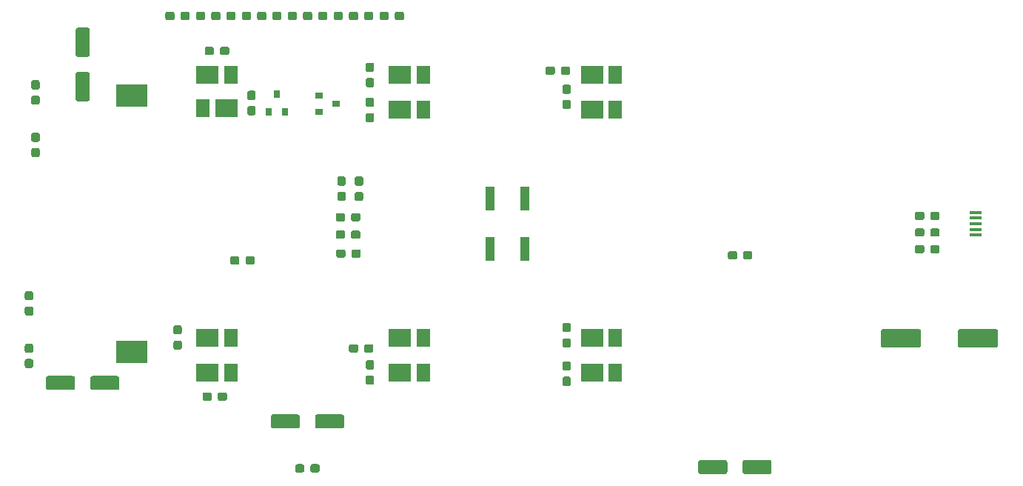
<source format=gbr>
G04 #@! TF.GenerationSoftware,KiCad,Pcbnew,(5.0.1)*
G04 #@! TF.CreationDate,2018-11-29T09:51:47+09:00*
G04 #@! TF.ProjectId,securehid,7365637572656869642E6B696361645F,rev?*
G04 #@! TF.SameCoordinates,Original*
G04 #@! TF.FileFunction,Paste,Bot*
G04 #@! TF.FilePolarity,Positive*
%FSLAX46Y46*%
G04 Gerber Fmt 4.6, Leading zero omitted, Abs format (unit mm)*
G04 Created by KiCad (PCBNEW (5.0.1)) date Thu Nov 29 09:51:47 2018*
%MOMM*%
%LPD*%
G01*
G04 APERTURE LIST*
%ADD10R,1.350000X0.400000*%
%ADD11C,0.100000*%
%ADD12C,0.950000*%
%ADD13C,2.100000*%
%ADD14R,2.500000X2.100000*%
%ADD15R,1.500000X2.100000*%
%ADD16R,0.900000X0.800000*%
%ADD17R,0.800000X0.900000*%
%ADD18R,1.000000X2.750000*%
%ADD19C,1.600000*%
%ADD20R,3.600000X2.600000*%
G04 APERTURE END LIST*
D10*
G04 #@! TO.C,J1*
X159500000Y-82300000D03*
X159500000Y-81650000D03*
X159500000Y-79700000D03*
X159500000Y-80350000D03*
X159500000Y-81000000D03*
G04 #@! TD*
D11*
G04 #@! TO.C,R14*
G36*
X90435779Y-94776144D02*
X90458834Y-94779563D01*
X90481443Y-94785227D01*
X90503387Y-94793079D01*
X90524457Y-94803044D01*
X90544448Y-94815026D01*
X90563168Y-94828910D01*
X90580438Y-94844562D01*
X90596090Y-94861832D01*
X90609974Y-94880552D01*
X90621956Y-94900543D01*
X90631921Y-94921613D01*
X90639773Y-94943557D01*
X90645437Y-94966166D01*
X90648856Y-94989221D01*
X90650000Y-95012500D01*
X90650000Y-95487500D01*
X90648856Y-95510779D01*
X90645437Y-95533834D01*
X90639773Y-95556443D01*
X90631921Y-95578387D01*
X90621956Y-95599457D01*
X90609974Y-95619448D01*
X90596090Y-95638168D01*
X90580438Y-95655438D01*
X90563168Y-95671090D01*
X90544448Y-95684974D01*
X90524457Y-95696956D01*
X90503387Y-95706921D01*
X90481443Y-95714773D01*
X90458834Y-95720437D01*
X90435779Y-95723856D01*
X90412500Y-95725000D01*
X89837500Y-95725000D01*
X89814221Y-95723856D01*
X89791166Y-95720437D01*
X89768557Y-95714773D01*
X89746613Y-95706921D01*
X89725543Y-95696956D01*
X89705552Y-95684974D01*
X89686832Y-95671090D01*
X89669562Y-95655438D01*
X89653910Y-95638168D01*
X89640026Y-95619448D01*
X89628044Y-95599457D01*
X89618079Y-95578387D01*
X89610227Y-95556443D01*
X89604563Y-95533834D01*
X89601144Y-95510779D01*
X89600000Y-95487500D01*
X89600000Y-95012500D01*
X89601144Y-94989221D01*
X89604563Y-94966166D01*
X89610227Y-94943557D01*
X89618079Y-94921613D01*
X89628044Y-94900543D01*
X89640026Y-94880552D01*
X89653910Y-94861832D01*
X89669562Y-94844562D01*
X89686832Y-94828910D01*
X89705552Y-94815026D01*
X89725543Y-94803044D01*
X89746613Y-94793079D01*
X89768557Y-94785227D01*
X89791166Y-94779563D01*
X89814221Y-94776144D01*
X89837500Y-94775000D01*
X90412500Y-94775000D01*
X90435779Y-94776144D01*
X90435779Y-94776144D01*
G37*
D12*
X90125000Y-95250000D03*
D11*
G36*
X88685779Y-94776144D02*
X88708834Y-94779563D01*
X88731443Y-94785227D01*
X88753387Y-94793079D01*
X88774457Y-94803044D01*
X88794448Y-94815026D01*
X88813168Y-94828910D01*
X88830438Y-94844562D01*
X88846090Y-94861832D01*
X88859974Y-94880552D01*
X88871956Y-94900543D01*
X88881921Y-94921613D01*
X88889773Y-94943557D01*
X88895437Y-94966166D01*
X88898856Y-94989221D01*
X88900000Y-95012500D01*
X88900000Y-95487500D01*
X88898856Y-95510779D01*
X88895437Y-95533834D01*
X88889773Y-95556443D01*
X88881921Y-95578387D01*
X88871956Y-95599457D01*
X88859974Y-95619448D01*
X88846090Y-95638168D01*
X88830438Y-95655438D01*
X88813168Y-95671090D01*
X88794448Y-95684974D01*
X88774457Y-95696956D01*
X88753387Y-95706921D01*
X88731443Y-95714773D01*
X88708834Y-95720437D01*
X88685779Y-95723856D01*
X88662500Y-95725000D01*
X88087500Y-95725000D01*
X88064221Y-95723856D01*
X88041166Y-95720437D01*
X88018557Y-95714773D01*
X87996613Y-95706921D01*
X87975543Y-95696956D01*
X87955552Y-95684974D01*
X87936832Y-95671090D01*
X87919562Y-95655438D01*
X87903910Y-95638168D01*
X87890026Y-95619448D01*
X87878044Y-95599457D01*
X87868079Y-95578387D01*
X87860227Y-95556443D01*
X87854563Y-95533834D01*
X87851144Y-95510779D01*
X87850000Y-95487500D01*
X87850000Y-95012500D01*
X87851144Y-94989221D01*
X87854563Y-94966166D01*
X87860227Y-94943557D01*
X87868079Y-94921613D01*
X87878044Y-94900543D01*
X87890026Y-94880552D01*
X87903910Y-94861832D01*
X87919562Y-94844562D01*
X87936832Y-94828910D01*
X87955552Y-94815026D01*
X87975543Y-94803044D01*
X87996613Y-94793079D01*
X88018557Y-94785227D01*
X88041166Y-94779563D01*
X88064221Y-94776144D01*
X88087500Y-94775000D01*
X88662500Y-94775000D01*
X88685779Y-94776144D01*
X88685779Y-94776144D01*
G37*
D12*
X88375000Y-95250000D03*
G04 #@! TD*
D11*
G04 #@! TO.C,C9*
G36*
X161874504Y-93051204D02*
X161898773Y-93054804D01*
X161922571Y-93060765D01*
X161945671Y-93069030D01*
X161967849Y-93079520D01*
X161988893Y-93092133D01*
X162008598Y-93106747D01*
X162026777Y-93123223D01*
X162043253Y-93141402D01*
X162057867Y-93161107D01*
X162070480Y-93182151D01*
X162080970Y-93204329D01*
X162089235Y-93227429D01*
X162095196Y-93251227D01*
X162098796Y-93275496D01*
X162100000Y-93300000D01*
X162100000Y-94900000D01*
X162098796Y-94924504D01*
X162095196Y-94948773D01*
X162089235Y-94972571D01*
X162080970Y-94995671D01*
X162070480Y-95017849D01*
X162057867Y-95038893D01*
X162043253Y-95058598D01*
X162026777Y-95076777D01*
X162008598Y-95093253D01*
X161988893Y-95107867D01*
X161967849Y-95120480D01*
X161945671Y-95130970D01*
X161922571Y-95139235D01*
X161898773Y-95145196D01*
X161874504Y-95148796D01*
X161850000Y-95150000D01*
X157750000Y-95150000D01*
X157725496Y-95148796D01*
X157701227Y-95145196D01*
X157677429Y-95139235D01*
X157654329Y-95130970D01*
X157632151Y-95120480D01*
X157611107Y-95107867D01*
X157591402Y-95093253D01*
X157573223Y-95076777D01*
X157556747Y-95058598D01*
X157542133Y-95038893D01*
X157529520Y-95017849D01*
X157519030Y-94995671D01*
X157510765Y-94972571D01*
X157504804Y-94948773D01*
X157501204Y-94924504D01*
X157500000Y-94900000D01*
X157500000Y-93300000D01*
X157501204Y-93275496D01*
X157504804Y-93251227D01*
X157510765Y-93227429D01*
X157519030Y-93204329D01*
X157529520Y-93182151D01*
X157542133Y-93161107D01*
X157556747Y-93141402D01*
X157573223Y-93123223D01*
X157591402Y-93106747D01*
X157611107Y-93092133D01*
X157632151Y-93079520D01*
X157654329Y-93069030D01*
X157677429Y-93060765D01*
X157701227Y-93054804D01*
X157725496Y-93051204D01*
X157750000Y-93050000D01*
X161850000Y-93050000D01*
X161874504Y-93051204D01*
X161874504Y-93051204D01*
G37*
D13*
X159800000Y-94100000D03*
D11*
G36*
X153074504Y-93051204D02*
X153098773Y-93054804D01*
X153122571Y-93060765D01*
X153145671Y-93069030D01*
X153167849Y-93079520D01*
X153188893Y-93092133D01*
X153208598Y-93106747D01*
X153226777Y-93123223D01*
X153243253Y-93141402D01*
X153257867Y-93161107D01*
X153270480Y-93182151D01*
X153280970Y-93204329D01*
X153289235Y-93227429D01*
X153295196Y-93251227D01*
X153298796Y-93275496D01*
X153300000Y-93300000D01*
X153300000Y-94900000D01*
X153298796Y-94924504D01*
X153295196Y-94948773D01*
X153289235Y-94972571D01*
X153280970Y-94995671D01*
X153270480Y-95017849D01*
X153257867Y-95038893D01*
X153243253Y-95058598D01*
X153226777Y-95076777D01*
X153208598Y-95093253D01*
X153188893Y-95107867D01*
X153167849Y-95120480D01*
X153145671Y-95130970D01*
X153122571Y-95139235D01*
X153098773Y-95145196D01*
X153074504Y-95148796D01*
X153050000Y-95150000D01*
X148950000Y-95150000D01*
X148925496Y-95148796D01*
X148901227Y-95145196D01*
X148877429Y-95139235D01*
X148854329Y-95130970D01*
X148832151Y-95120480D01*
X148811107Y-95107867D01*
X148791402Y-95093253D01*
X148773223Y-95076777D01*
X148756747Y-95058598D01*
X148742133Y-95038893D01*
X148729520Y-95017849D01*
X148719030Y-94995671D01*
X148710765Y-94972571D01*
X148704804Y-94948773D01*
X148701204Y-94924504D01*
X148700000Y-94900000D01*
X148700000Y-93300000D01*
X148701204Y-93275496D01*
X148704804Y-93251227D01*
X148710765Y-93227429D01*
X148719030Y-93204329D01*
X148729520Y-93182151D01*
X148742133Y-93161107D01*
X148756747Y-93141402D01*
X148773223Y-93123223D01*
X148791402Y-93106747D01*
X148811107Y-93092133D01*
X148832151Y-93079520D01*
X148854329Y-93069030D01*
X148877429Y-93060765D01*
X148901227Y-93054804D01*
X148925496Y-93051204D01*
X148950000Y-93050000D01*
X153050000Y-93050000D01*
X153074504Y-93051204D01*
X153074504Y-93051204D01*
G37*
D13*
X151000000Y-94100000D03*
G04 #@! TD*
D11*
G04 #@! TO.C,C5*
G36*
X75110779Y-84726144D02*
X75133834Y-84729563D01*
X75156443Y-84735227D01*
X75178387Y-84743079D01*
X75199457Y-84753044D01*
X75219448Y-84765026D01*
X75238168Y-84778910D01*
X75255438Y-84794562D01*
X75271090Y-84811832D01*
X75284974Y-84830552D01*
X75296956Y-84850543D01*
X75306921Y-84871613D01*
X75314773Y-84893557D01*
X75320437Y-84916166D01*
X75323856Y-84939221D01*
X75325000Y-84962500D01*
X75325000Y-85437500D01*
X75323856Y-85460779D01*
X75320437Y-85483834D01*
X75314773Y-85506443D01*
X75306921Y-85528387D01*
X75296956Y-85549457D01*
X75284974Y-85569448D01*
X75271090Y-85588168D01*
X75255438Y-85605438D01*
X75238168Y-85621090D01*
X75219448Y-85634974D01*
X75199457Y-85646956D01*
X75178387Y-85656921D01*
X75156443Y-85664773D01*
X75133834Y-85670437D01*
X75110779Y-85673856D01*
X75087500Y-85675000D01*
X74512500Y-85675000D01*
X74489221Y-85673856D01*
X74466166Y-85670437D01*
X74443557Y-85664773D01*
X74421613Y-85656921D01*
X74400543Y-85646956D01*
X74380552Y-85634974D01*
X74361832Y-85621090D01*
X74344562Y-85605438D01*
X74328910Y-85588168D01*
X74315026Y-85569448D01*
X74303044Y-85549457D01*
X74293079Y-85528387D01*
X74285227Y-85506443D01*
X74279563Y-85483834D01*
X74276144Y-85460779D01*
X74275000Y-85437500D01*
X74275000Y-84962500D01*
X74276144Y-84939221D01*
X74279563Y-84916166D01*
X74285227Y-84893557D01*
X74293079Y-84871613D01*
X74303044Y-84850543D01*
X74315026Y-84830552D01*
X74328910Y-84811832D01*
X74344562Y-84794562D01*
X74361832Y-84778910D01*
X74380552Y-84765026D01*
X74400543Y-84753044D01*
X74421613Y-84743079D01*
X74443557Y-84735227D01*
X74466166Y-84729563D01*
X74489221Y-84726144D01*
X74512500Y-84725000D01*
X75087500Y-84725000D01*
X75110779Y-84726144D01*
X75110779Y-84726144D01*
G37*
D12*
X74800000Y-85200000D03*
D11*
G36*
X76860779Y-84726144D02*
X76883834Y-84729563D01*
X76906443Y-84735227D01*
X76928387Y-84743079D01*
X76949457Y-84753044D01*
X76969448Y-84765026D01*
X76988168Y-84778910D01*
X77005438Y-84794562D01*
X77021090Y-84811832D01*
X77034974Y-84830552D01*
X77046956Y-84850543D01*
X77056921Y-84871613D01*
X77064773Y-84893557D01*
X77070437Y-84916166D01*
X77073856Y-84939221D01*
X77075000Y-84962500D01*
X77075000Y-85437500D01*
X77073856Y-85460779D01*
X77070437Y-85483834D01*
X77064773Y-85506443D01*
X77056921Y-85528387D01*
X77046956Y-85549457D01*
X77034974Y-85569448D01*
X77021090Y-85588168D01*
X77005438Y-85605438D01*
X76988168Y-85621090D01*
X76969448Y-85634974D01*
X76949457Y-85646956D01*
X76928387Y-85656921D01*
X76906443Y-85664773D01*
X76883834Y-85670437D01*
X76860779Y-85673856D01*
X76837500Y-85675000D01*
X76262500Y-85675000D01*
X76239221Y-85673856D01*
X76216166Y-85670437D01*
X76193557Y-85664773D01*
X76171613Y-85656921D01*
X76150543Y-85646956D01*
X76130552Y-85634974D01*
X76111832Y-85621090D01*
X76094562Y-85605438D01*
X76078910Y-85588168D01*
X76065026Y-85569448D01*
X76053044Y-85549457D01*
X76043079Y-85528387D01*
X76035227Y-85506443D01*
X76029563Y-85483834D01*
X76026144Y-85460779D01*
X76025000Y-85437500D01*
X76025000Y-84962500D01*
X76026144Y-84939221D01*
X76029563Y-84916166D01*
X76035227Y-84893557D01*
X76043079Y-84871613D01*
X76053044Y-84850543D01*
X76065026Y-84830552D01*
X76078910Y-84811832D01*
X76094562Y-84794562D01*
X76111832Y-84778910D01*
X76130552Y-84765026D01*
X76150543Y-84753044D01*
X76171613Y-84743079D01*
X76193557Y-84735227D01*
X76216166Y-84729563D01*
X76239221Y-84726144D01*
X76262500Y-84725000D01*
X76837500Y-84725000D01*
X76860779Y-84726144D01*
X76860779Y-84726144D01*
G37*
D12*
X76550000Y-85200000D03*
G04 #@! TD*
D11*
G04 #@! TO.C,C6*
G36*
X88985779Y-83926144D02*
X89008834Y-83929563D01*
X89031443Y-83935227D01*
X89053387Y-83943079D01*
X89074457Y-83953044D01*
X89094448Y-83965026D01*
X89113168Y-83978910D01*
X89130438Y-83994562D01*
X89146090Y-84011832D01*
X89159974Y-84030552D01*
X89171956Y-84050543D01*
X89181921Y-84071613D01*
X89189773Y-84093557D01*
X89195437Y-84116166D01*
X89198856Y-84139221D01*
X89200000Y-84162500D01*
X89200000Y-84637500D01*
X89198856Y-84660779D01*
X89195437Y-84683834D01*
X89189773Y-84706443D01*
X89181921Y-84728387D01*
X89171956Y-84749457D01*
X89159974Y-84769448D01*
X89146090Y-84788168D01*
X89130438Y-84805438D01*
X89113168Y-84821090D01*
X89094448Y-84834974D01*
X89074457Y-84846956D01*
X89053387Y-84856921D01*
X89031443Y-84864773D01*
X89008834Y-84870437D01*
X88985779Y-84873856D01*
X88962500Y-84875000D01*
X88387500Y-84875000D01*
X88364221Y-84873856D01*
X88341166Y-84870437D01*
X88318557Y-84864773D01*
X88296613Y-84856921D01*
X88275543Y-84846956D01*
X88255552Y-84834974D01*
X88236832Y-84821090D01*
X88219562Y-84805438D01*
X88203910Y-84788168D01*
X88190026Y-84769448D01*
X88178044Y-84749457D01*
X88168079Y-84728387D01*
X88160227Y-84706443D01*
X88154563Y-84683834D01*
X88151144Y-84660779D01*
X88150000Y-84637500D01*
X88150000Y-84162500D01*
X88151144Y-84139221D01*
X88154563Y-84116166D01*
X88160227Y-84093557D01*
X88168079Y-84071613D01*
X88178044Y-84050543D01*
X88190026Y-84030552D01*
X88203910Y-84011832D01*
X88219562Y-83994562D01*
X88236832Y-83978910D01*
X88255552Y-83965026D01*
X88275543Y-83953044D01*
X88296613Y-83943079D01*
X88318557Y-83935227D01*
X88341166Y-83929563D01*
X88364221Y-83926144D01*
X88387500Y-83925000D01*
X88962500Y-83925000D01*
X88985779Y-83926144D01*
X88985779Y-83926144D01*
G37*
D12*
X88675000Y-84400000D03*
D11*
G36*
X87235779Y-83926144D02*
X87258834Y-83929563D01*
X87281443Y-83935227D01*
X87303387Y-83943079D01*
X87324457Y-83953044D01*
X87344448Y-83965026D01*
X87363168Y-83978910D01*
X87380438Y-83994562D01*
X87396090Y-84011832D01*
X87409974Y-84030552D01*
X87421956Y-84050543D01*
X87431921Y-84071613D01*
X87439773Y-84093557D01*
X87445437Y-84116166D01*
X87448856Y-84139221D01*
X87450000Y-84162500D01*
X87450000Y-84637500D01*
X87448856Y-84660779D01*
X87445437Y-84683834D01*
X87439773Y-84706443D01*
X87431921Y-84728387D01*
X87421956Y-84749457D01*
X87409974Y-84769448D01*
X87396090Y-84788168D01*
X87380438Y-84805438D01*
X87363168Y-84821090D01*
X87344448Y-84834974D01*
X87324457Y-84846956D01*
X87303387Y-84856921D01*
X87281443Y-84864773D01*
X87258834Y-84870437D01*
X87235779Y-84873856D01*
X87212500Y-84875000D01*
X86637500Y-84875000D01*
X86614221Y-84873856D01*
X86591166Y-84870437D01*
X86568557Y-84864773D01*
X86546613Y-84856921D01*
X86525543Y-84846956D01*
X86505552Y-84834974D01*
X86486832Y-84821090D01*
X86469562Y-84805438D01*
X86453910Y-84788168D01*
X86440026Y-84769448D01*
X86428044Y-84749457D01*
X86418079Y-84728387D01*
X86410227Y-84706443D01*
X86404563Y-84683834D01*
X86401144Y-84660779D01*
X86400000Y-84637500D01*
X86400000Y-84162500D01*
X86401144Y-84139221D01*
X86404563Y-84116166D01*
X86410227Y-84093557D01*
X86418079Y-84071613D01*
X86428044Y-84050543D01*
X86440026Y-84030552D01*
X86453910Y-84011832D01*
X86469562Y-83994562D01*
X86486832Y-83978910D01*
X86505552Y-83965026D01*
X86525543Y-83953044D01*
X86546613Y-83943079D01*
X86568557Y-83935227D01*
X86591166Y-83929563D01*
X86614221Y-83926144D01*
X86637500Y-83925000D01*
X87212500Y-83925000D01*
X87235779Y-83926144D01*
X87235779Y-83926144D01*
G37*
D12*
X86925000Y-84400000D03*
G04 #@! TD*
D11*
G04 #@! TO.C,C7*
G36*
X88935779Y-79776144D02*
X88958834Y-79779563D01*
X88981443Y-79785227D01*
X89003387Y-79793079D01*
X89024457Y-79803044D01*
X89044448Y-79815026D01*
X89063168Y-79828910D01*
X89080438Y-79844562D01*
X89096090Y-79861832D01*
X89109974Y-79880552D01*
X89121956Y-79900543D01*
X89131921Y-79921613D01*
X89139773Y-79943557D01*
X89145437Y-79966166D01*
X89148856Y-79989221D01*
X89150000Y-80012500D01*
X89150000Y-80487500D01*
X89148856Y-80510779D01*
X89145437Y-80533834D01*
X89139773Y-80556443D01*
X89131921Y-80578387D01*
X89121956Y-80599457D01*
X89109974Y-80619448D01*
X89096090Y-80638168D01*
X89080438Y-80655438D01*
X89063168Y-80671090D01*
X89044448Y-80684974D01*
X89024457Y-80696956D01*
X89003387Y-80706921D01*
X88981443Y-80714773D01*
X88958834Y-80720437D01*
X88935779Y-80723856D01*
X88912500Y-80725000D01*
X88337500Y-80725000D01*
X88314221Y-80723856D01*
X88291166Y-80720437D01*
X88268557Y-80714773D01*
X88246613Y-80706921D01*
X88225543Y-80696956D01*
X88205552Y-80684974D01*
X88186832Y-80671090D01*
X88169562Y-80655438D01*
X88153910Y-80638168D01*
X88140026Y-80619448D01*
X88128044Y-80599457D01*
X88118079Y-80578387D01*
X88110227Y-80556443D01*
X88104563Y-80533834D01*
X88101144Y-80510779D01*
X88100000Y-80487500D01*
X88100000Y-80012500D01*
X88101144Y-79989221D01*
X88104563Y-79966166D01*
X88110227Y-79943557D01*
X88118079Y-79921613D01*
X88128044Y-79900543D01*
X88140026Y-79880552D01*
X88153910Y-79861832D01*
X88169562Y-79844562D01*
X88186832Y-79828910D01*
X88205552Y-79815026D01*
X88225543Y-79803044D01*
X88246613Y-79793079D01*
X88268557Y-79785227D01*
X88291166Y-79779563D01*
X88314221Y-79776144D01*
X88337500Y-79775000D01*
X88912500Y-79775000D01*
X88935779Y-79776144D01*
X88935779Y-79776144D01*
G37*
D12*
X88625000Y-80250000D03*
D11*
G36*
X87185779Y-79776144D02*
X87208834Y-79779563D01*
X87231443Y-79785227D01*
X87253387Y-79793079D01*
X87274457Y-79803044D01*
X87294448Y-79815026D01*
X87313168Y-79828910D01*
X87330438Y-79844562D01*
X87346090Y-79861832D01*
X87359974Y-79880552D01*
X87371956Y-79900543D01*
X87381921Y-79921613D01*
X87389773Y-79943557D01*
X87395437Y-79966166D01*
X87398856Y-79989221D01*
X87400000Y-80012500D01*
X87400000Y-80487500D01*
X87398856Y-80510779D01*
X87395437Y-80533834D01*
X87389773Y-80556443D01*
X87381921Y-80578387D01*
X87371956Y-80599457D01*
X87359974Y-80619448D01*
X87346090Y-80638168D01*
X87330438Y-80655438D01*
X87313168Y-80671090D01*
X87294448Y-80684974D01*
X87274457Y-80696956D01*
X87253387Y-80706921D01*
X87231443Y-80714773D01*
X87208834Y-80720437D01*
X87185779Y-80723856D01*
X87162500Y-80725000D01*
X86587500Y-80725000D01*
X86564221Y-80723856D01*
X86541166Y-80720437D01*
X86518557Y-80714773D01*
X86496613Y-80706921D01*
X86475543Y-80696956D01*
X86455552Y-80684974D01*
X86436832Y-80671090D01*
X86419562Y-80655438D01*
X86403910Y-80638168D01*
X86390026Y-80619448D01*
X86378044Y-80599457D01*
X86368079Y-80578387D01*
X86360227Y-80556443D01*
X86354563Y-80533834D01*
X86351144Y-80510779D01*
X86350000Y-80487500D01*
X86350000Y-80012500D01*
X86351144Y-79989221D01*
X86354563Y-79966166D01*
X86360227Y-79943557D01*
X86368079Y-79921613D01*
X86378044Y-79900543D01*
X86390026Y-79880552D01*
X86403910Y-79861832D01*
X86419562Y-79844562D01*
X86436832Y-79828910D01*
X86455552Y-79815026D01*
X86475543Y-79803044D01*
X86496613Y-79793079D01*
X86518557Y-79785227D01*
X86541166Y-79779563D01*
X86564221Y-79776144D01*
X86587500Y-79775000D01*
X87162500Y-79775000D01*
X87185779Y-79776144D01*
X87185779Y-79776144D01*
G37*
D12*
X86875000Y-80250000D03*
G04 #@! TD*
D11*
G04 #@! TO.C,C8*
G36*
X89260779Y-75601144D02*
X89283834Y-75604563D01*
X89306443Y-75610227D01*
X89328387Y-75618079D01*
X89349457Y-75628044D01*
X89369448Y-75640026D01*
X89388168Y-75653910D01*
X89405438Y-75669562D01*
X89421090Y-75686832D01*
X89434974Y-75705552D01*
X89446956Y-75725543D01*
X89456921Y-75746613D01*
X89464773Y-75768557D01*
X89470437Y-75791166D01*
X89473856Y-75814221D01*
X89475000Y-75837500D01*
X89475000Y-76412500D01*
X89473856Y-76435779D01*
X89470437Y-76458834D01*
X89464773Y-76481443D01*
X89456921Y-76503387D01*
X89446956Y-76524457D01*
X89434974Y-76544448D01*
X89421090Y-76563168D01*
X89405438Y-76580438D01*
X89388168Y-76596090D01*
X89369448Y-76609974D01*
X89349457Y-76621956D01*
X89328387Y-76631921D01*
X89306443Y-76639773D01*
X89283834Y-76645437D01*
X89260779Y-76648856D01*
X89237500Y-76650000D01*
X88762500Y-76650000D01*
X88739221Y-76648856D01*
X88716166Y-76645437D01*
X88693557Y-76639773D01*
X88671613Y-76631921D01*
X88650543Y-76621956D01*
X88630552Y-76609974D01*
X88611832Y-76596090D01*
X88594562Y-76580438D01*
X88578910Y-76563168D01*
X88565026Y-76544448D01*
X88553044Y-76524457D01*
X88543079Y-76503387D01*
X88535227Y-76481443D01*
X88529563Y-76458834D01*
X88526144Y-76435779D01*
X88525000Y-76412500D01*
X88525000Y-75837500D01*
X88526144Y-75814221D01*
X88529563Y-75791166D01*
X88535227Y-75768557D01*
X88543079Y-75746613D01*
X88553044Y-75725543D01*
X88565026Y-75705552D01*
X88578910Y-75686832D01*
X88594562Y-75669562D01*
X88611832Y-75653910D01*
X88630552Y-75640026D01*
X88650543Y-75628044D01*
X88671613Y-75618079D01*
X88693557Y-75610227D01*
X88716166Y-75604563D01*
X88739221Y-75601144D01*
X88762500Y-75600000D01*
X89237500Y-75600000D01*
X89260779Y-75601144D01*
X89260779Y-75601144D01*
G37*
D12*
X89000000Y-76125000D03*
D11*
G36*
X89260779Y-77351144D02*
X89283834Y-77354563D01*
X89306443Y-77360227D01*
X89328387Y-77368079D01*
X89349457Y-77378044D01*
X89369448Y-77390026D01*
X89388168Y-77403910D01*
X89405438Y-77419562D01*
X89421090Y-77436832D01*
X89434974Y-77455552D01*
X89446956Y-77475543D01*
X89456921Y-77496613D01*
X89464773Y-77518557D01*
X89470437Y-77541166D01*
X89473856Y-77564221D01*
X89475000Y-77587500D01*
X89475000Y-78162500D01*
X89473856Y-78185779D01*
X89470437Y-78208834D01*
X89464773Y-78231443D01*
X89456921Y-78253387D01*
X89446956Y-78274457D01*
X89434974Y-78294448D01*
X89421090Y-78313168D01*
X89405438Y-78330438D01*
X89388168Y-78346090D01*
X89369448Y-78359974D01*
X89349457Y-78371956D01*
X89328387Y-78381921D01*
X89306443Y-78389773D01*
X89283834Y-78395437D01*
X89260779Y-78398856D01*
X89237500Y-78400000D01*
X88762500Y-78400000D01*
X88739221Y-78398856D01*
X88716166Y-78395437D01*
X88693557Y-78389773D01*
X88671613Y-78381921D01*
X88650543Y-78371956D01*
X88630552Y-78359974D01*
X88611832Y-78346090D01*
X88594562Y-78330438D01*
X88578910Y-78313168D01*
X88565026Y-78294448D01*
X88553044Y-78274457D01*
X88543079Y-78253387D01*
X88535227Y-78231443D01*
X88529563Y-78208834D01*
X88526144Y-78185779D01*
X88525000Y-78162500D01*
X88525000Y-77587500D01*
X88526144Y-77564221D01*
X88529563Y-77541166D01*
X88535227Y-77518557D01*
X88543079Y-77496613D01*
X88553044Y-77475543D01*
X88565026Y-77455552D01*
X88578910Y-77436832D01*
X88594562Y-77419562D01*
X88611832Y-77403910D01*
X88630552Y-77390026D01*
X88650543Y-77378044D01*
X88671613Y-77368079D01*
X88693557Y-77360227D01*
X88716166Y-77354563D01*
X88739221Y-77351144D01*
X88762500Y-77350000D01*
X89237500Y-77350000D01*
X89260779Y-77351144D01*
X89260779Y-77351144D01*
G37*
D12*
X89000000Y-77875000D03*
G04 #@! TD*
D11*
G04 #@! TO.C,C10*
G36*
X82535779Y-108476144D02*
X82558834Y-108479563D01*
X82581443Y-108485227D01*
X82603387Y-108493079D01*
X82624457Y-108503044D01*
X82644448Y-108515026D01*
X82663168Y-108528910D01*
X82680438Y-108544562D01*
X82696090Y-108561832D01*
X82709974Y-108580552D01*
X82721956Y-108600543D01*
X82731921Y-108621613D01*
X82739773Y-108643557D01*
X82745437Y-108666166D01*
X82748856Y-108689221D01*
X82750000Y-108712500D01*
X82750000Y-109187500D01*
X82748856Y-109210779D01*
X82745437Y-109233834D01*
X82739773Y-109256443D01*
X82731921Y-109278387D01*
X82721956Y-109299457D01*
X82709974Y-109319448D01*
X82696090Y-109338168D01*
X82680438Y-109355438D01*
X82663168Y-109371090D01*
X82644448Y-109384974D01*
X82624457Y-109396956D01*
X82603387Y-109406921D01*
X82581443Y-109414773D01*
X82558834Y-109420437D01*
X82535779Y-109423856D01*
X82512500Y-109425000D01*
X81937500Y-109425000D01*
X81914221Y-109423856D01*
X81891166Y-109420437D01*
X81868557Y-109414773D01*
X81846613Y-109406921D01*
X81825543Y-109396956D01*
X81805552Y-109384974D01*
X81786832Y-109371090D01*
X81769562Y-109355438D01*
X81753910Y-109338168D01*
X81740026Y-109319448D01*
X81728044Y-109299457D01*
X81718079Y-109278387D01*
X81710227Y-109256443D01*
X81704563Y-109233834D01*
X81701144Y-109210779D01*
X81700000Y-109187500D01*
X81700000Y-108712500D01*
X81701144Y-108689221D01*
X81704563Y-108666166D01*
X81710227Y-108643557D01*
X81718079Y-108621613D01*
X81728044Y-108600543D01*
X81740026Y-108580552D01*
X81753910Y-108561832D01*
X81769562Y-108544562D01*
X81786832Y-108528910D01*
X81805552Y-108515026D01*
X81825543Y-108503044D01*
X81846613Y-108493079D01*
X81868557Y-108485227D01*
X81891166Y-108479563D01*
X81914221Y-108476144D01*
X81937500Y-108475000D01*
X82512500Y-108475000D01*
X82535779Y-108476144D01*
X82535779Y-108476144D01*
G37*
D12*
X82225000Y-108950000D03*
D11*
G36*
X84285779Y-108476144D02*
X84308834Y-108479563D01*
X84331443Y-108485227D01*
X84353387Y-108493079D01*
X84374457Y-108503044D01*
X84394448Y-108515026D01*
X84413168Y-108528910D01*
X84430438Y-108544562D01*
X84446090Y-108561832D01*
X84459974Y-108580552D01*
X84471956Y-108600543D01*
X84481921Y-108621613D01*
X84489773Y-108643557D01*
X84495437Y-108666166D01*
X84498856Y-108689221D01*
X84500000Y-108712500D01*
X84500000Y-109187500D01*
X84498856Y-109210779D01*
X84495437Y-109233834D01*
X84489773Y-109256443D01*
X84481921Y-109278387D01*
X84471956Y-109299457D01*
X84459974Y-109319448D01*
X84446090Y-109338168D01*
X84430438Y-109355438D01*
X84413168Y-109371090D01*
X84394448Y-109384974D01*
X84374457Y-109396956D01*
X84353387Y-109406921D01*
X84331443Y-109414773D01*
X84308834Y-109420437D01*
X84285779Y-109423856D01*
X84262500Y-109425000D01*
X83687500Y-109425000D01*
X83664221Y-109423856D01*
X83641166Y-109420437D01*
X83618557Y-109414773D01*
X83596613Y-109406921D01*
X83575543Y-109396956D01*
X83555552Y-109384974D01*
X83536832Y-109371090D01*
X83519562Y-109355438D01*
X83503910Y-109338168D01*
X83490026Y-109319448D01*
X83478044Y-109299457D01*
X83468079Y-109278387D01*
X83460227Y-109256443D01*
X83454563Y-109233834D01*
X83451144Y-109210779D01*
X83450000Y-109187500D01*
X83450000Y-108712500D01*
X83451144Y-108689221D01*
X83454563Y-108666166D01*
X83460227Y-108643557D01*
X83468079Y-108621613D01*
X83478044Y-108600543D01*
X83490026Y-108580552D01*
X83503910Y-108561832D01*
X83519562Y-108544562D01*
X83536832Y-108528910D01*
X83555552Y-108515026D01*
X83575543Y-108503044D01*
X83596613Y-108493079D01*
X83618557Y-108485227D01*
X83641166Y-108479563D01*
X83664221Y-108476144D01*
X83687500Y-108475000D01*
X84262500Y-108475000D01*
X84285779Y-108476144D01*
X84285779Y-108476144D01*
G37*
D12*
X83975000Y-108950000D03*
G04 #@! TD*
D11*
G04 #@! TO.C,D1*
G36*
X92185779Y-56776144D02*
X92208834Y-56779563D01*
X92231443Y-56785227D01*
X92253387Y-56793079D01*
X92274457Y-56803044D01*
X92294448Y-56815026D01*
X92313168Y-56828910D01*
X92330438Y-56844562D01*
X92346090Y-56861832D01*
X92359974Y-56880552D01*
X92371956Y-56900543D01*
X92381921Y-56921613D01*
X92389773Y-56943557D01*
X92395437Y-56966166D01*
X92398856Y-56989221D01*
X92400000Y-57012500D01*
X92400000Y-57487500D01*
X92398856Y-57510779D01*
X92395437Y-57533834D01*
X92389773Y-57556443D01*
X92381921Y-57578387D01*
X92371956Y-57599457D01*
X92359974Y-57619448D01*
X92346090Y-57638168D01*
X92330438Y-57655438D01*
X92313168Y-57671090D01*
X92294448Y-57684974D01*
X92274457Y-57696956D01*
X92253387Y-57706921D01*
X92231443Y-57714773D01*
X92208834Y-57720437D01*
X92185779Y-57723856D01*
X92162500Y-57725000D01*
X91587500Y-57725000D01*
X91564221Y-57723856D01*
X91541166Y-57720437D01*
X91518557Y-57714773D01*
X91496613Y-57706921D01*
X91475543Y-57696956D01*
X91455552Y-57684974D01*
X91436832Y-57671090D01*
X91419562Y-57655438D01*
X91403910Y-57638168D01*
X91390026Y-57619448D01*
X91378044Y-57599457D01*
X91368079Y-57578387D01*
X91360227Y-57556443D01*
X91354563Y-57533834D01*
X91351144Y-57510779D01*
X91350000Y-57487500D01*
X91350000Y-57012500D01*
X91351144Y-56989221D01*
X91354563Y-56966166D01*
X91360227Y-56943557D01*
X91368079Y-56921613D01*
X91378044Y-56900543D01*
X91390026Y-56880552D01*
X91403910Y-56861832D01*
X91419562Y-56844562D01*
X91436832Y-56828910D01*
X91455552Y-56815026D01*
X91475543Y-56803044D01*
X91496613Y-56793079D01*
X91518557Y-56785227D01*
X91541166Y-56779563D01*
X91564221Y-56776144D01*
X91587500Y-56775000D01*
X92162500Y-56775000D01*
X92185779Y-56776144D01*
X92185779Y-56776144D01*
G37*
D12*
X91875000Y-57250000D03*
D11*
G36*
X93935779Y-56776144D02*
X93958834Y-56779563D01*
X93981443Y-56785227D01*
X94003387Y-56793079D01*
X94024457Y-56803044D01*
X94044448Y-56815026D01*
X94063168Y-56828910D01*
X94080438Y-56844562D01*
X94096090Y-56861832D01*
X94109974Y-56880552D01*
X94121956Y-56900543D01*
X94131921Y-56921613D01*
X94139773Y-56943557D01*
X94145437Y-56966166D01*
X94148856Y-56989221D01*
X94150000Y-57012500D01*
X94150000Y-57487500D01*
X94148856Y-57510779D01*
X94145437Y-57533834D01*
X94139773Y-57556443D01*
X94131921Y-57578387D01*
X94121956Y-57599457D01*
X94109974Y-57619448D01*
X94096090Y-57638168D01*
X94080438Y-57655438D01*
X94063168Y-57671090D01*
X94044448Y-57684974D01*
X94024457Y-57696956D01*
X94003387Y-57706921D01*
X93981443Y-57714773D01*
X93958834Y-57720437D01*
X93935779Y-57723856D01*
X93912500Y-57725000D01*
X93337500Y-57725000D01*
X93314221Y-57723856D01*
X93291166Y-57720437D01*
X93268557Y-57714773D01*
X93246613Y-57706921D01*
X93225543Y-57696956D01*
X93205552Y-57684974D01*
X93186832Y-57671090D01*
X93169562Y-57655438D01*
X93153910Y-57638168D01*
X93140026Y-57619448D01*
X93128044Y-57599457D01*
X93118079Y-57578387D01*
X93110227Y-57556443D01*
X93104563Y-57533834D01*
X93101144Y-57510779D01*
X93100000Y-57487500D01*
X93100000Y-57012500D01*
X93101144Y-56989221D01*
X93104563Y-56966166D01*
X93110227Y-56943557D01*
X93118079Y-56921613D01*
X93128044Y-56900543D01*
X93140026Y-56880552D01*
X93153910Y-56861832D01*
X93169562Y-56844562D01*
X93186832Y-56828910D01*
X93205552Y-56815026D01*
X93225543Y-56803044D01*
X93246613Y-56793079D01*
X93268557Y-56785227D01*
X93291166Y-56779563D01*
X93314221Y-56776144D01*
X93337500Y-56775000D01*
X93912500Y-56775000D01*
X93935779Y-56776144D01*
X93935779Y-56776144D01*
G37*
D12*
X93625000Y-57250000D03*
G04 #@! TD*
D11*
G04 #@! TO.C,D2*
G36*
X90435779Y-56776144D02*
X90458834Y-56779563D01*
X90481443Y-56785227D01*
X90503387Y-56793079D01*
X90524457Y-56803044D01*
X90544448Y-56815026D01*
X90563168Y-56828910D01*
X90580438Y-56844562D01*
X90596090Y-56861832D01*
X90609974Y-56880552D01*
X90621956Y-56900543D01*
X90631921Y-56921613D01*
X90639773Y-56943557D01*
X90645437Y-56966166D01*
X90648856Y-56989221D01*
X90650000Y-57012500D01*
X90650000Y-57487500D01*
X90648856Y-57510779D01*
X90645437Y-57533834D01*
X90639773Y-57556443D01*
X90631921Y-57578387D01*
X90621956Y-57599457D01*
X90609974Y-57619448D01*
X90596090Y-57638168D01*
X90580438Y-57655438D01*
X90563168Y-57671090D01*
X90544448Y-57684974D01*
X90524457Y-57696956D01*
X90503387Y-57706921D01*
X90481443Y-57714773D01*
X90458834Y-57720437D01*
X90435779Y-57723856D01*
X90412500Y-57725000D01*
X89837500Y-57725000D01*
X89814221Y-57723856D01*
X89791166Y-57720437D01*
X89768557Y-57714773D01*
X89746613Y-57706921D01*
X89725543Y-57696956D01*
X89705552Y-57684974D01*
X89686832Y-57671090D01*
X89669562Y-57655438D01*
X89653910Y-57638168D01*
X89640026Y-57619448D01*
X89628044Y-57599457D01*
X89618079Y-57578387D01*
X89610227Y-57556443D01*
X89604563Y-57533834D01*
X89601144Y-57510779D01*
X89600000Y-57487500D01*
X89600000Y-57012500D01*
X89601144Y-56989221D01*
X89604563Y-56966166D01*
X89610227Y-56943557D01*
X89618079Y-56921613D01*
X89628044Y-56900543D01*
X89640026Y-56880552D01*
X89653910Y-56861832D01*
X89669562Y-56844562D01*
X89686832Y-56828910D01*
X89705552Y-56815026D01*
X89725543Y-56803044D01*
X89746613Y-56793079D01*
X89768557Y-56785227D01*
X89791166Y-56779563D01*
X89814221Y-56776144D01*
X89837500Y-56775000D01*
X90412500Y-56775000D01*
X90435779Y-56776144D01*
X90435779Y-56776144D01*
G37*
D12*
X90125000Y-57250000D03*
D11*
G36*
X88685779Y-56776144D02*
X88708834Y-56779563D01*
X88731443Y-56785227D01*
X88753387Y-56793079D01*
X88774457Y-56803044D01*
X88794448Y-56815026D01*
X88813168Y-56828910D01*
X88830438Y-56844562D01*
X88846090Y-56861832D01*
X88859974Y-56880552D01*
X88871956Y-56900543D01*
X88881921Y-56921613D01*
X88889773Y-56943557D01*
X88895437Y-56966166D01*
X88898856Y-56989221D01*
X88900000Y-57012500D01*
X88900000Y-57487500D01*
X88898856Y-57510779D01*
X88895437Y-57533834D01*
X88889773Y-57556443D01*
X88881921Y-57578387D01*
X88871956Y-57599457D01*
X88859974Y-57619448D01*
X88846090Y-57638168D01*
X88830438Y-57655438D01*
X88813168Y-57671090D01*
X88794448Y-57684974D01*
X88774457Y-57696956D01*
X88753387Y-57706921D01*
X88731443Y-57714773D01*
X88708834Y-57720437D01*
X88685779Y-57723856D01*
X88662500Y-57725000D01*
X88087500Y-57725000D01*
X88064221Y-57723856D01*
X88041166Y-57720437D01*
X88018557Y-57714773D01*
X87996613Y-57706921D01*
X87975543Y-57696956D01*
X87955552Y-57684974D01*
X87936832Y-57671090D01*
X87919562Y-57655438D01*
X87903910Y-57638168D01*
X87890026Y-57619448D01*
X87878044Y-57599457D01*
X87868079Y-57578387D01*
X87860227Y-57556443D01*
X87854563Y-57533834D01*
X87851144Y-57510779D01*
X87850000Y-57487500D01*
X87850000Y-57012500D01*
X87851144Y-56989221D01*
X87854563Y-56966166D01*
X87860227Y-56943557D01*
X87868079Y-56921613D01*
X87878044Y-56900543D01*
X87890026Y-56880552D01*
X87903910Y-56861832D01*
X87919562Y-56844562D01*
X87936832Y-56828910D01*
X87955552Y-56815026D01*
X87975543Y-56803044D01*
X87996613Y-56793079D01*
X88018557Y-56785227D01*
X88041166Y-56779563D01*
X88064221Y-56776144D01*
X88087500Y-56775000D01*
X88662500Y-56775000D01*
X88685779Y-56776144D01*
X88685779Y-56776144D01*
G37*
D12*
X88375000Y-57250000D03*
G04 #@! TD*
D11*
G04 #@! TO.C,D3*
G36*
X85185779Y-56776144D02*
X85208834Y-56779563D01*
X85231443Y-56785227D01*
X85253387Y-56793079D01*
X85274457Y-56803044D01*
X85294448Y-56815026D01*
X85313168Y-56828910D01*
X85330438Y-56844562D01*
X85346090Y-56861832D01*
X85359974Y-56880552D01*
X85371956Y-56900543D01*
X85381921Y-56921613D01*
X85389773Y-56943557D01*
X85395437Y-56966166D01*
X85398856Y-56989221D01*
X85400000Y-57012500D01*
X85400000Y-57487500D01*
X85398856Y-57510779D01*
X85395437Y-57533834D01*
X85389773Y-57556443D01*
X85381921Y-57578387D01*
X85371956Y-57599457D01*
X85359974Y-57619448D01*
X85346090Y-57638168D01*
X85330438Y-57655438D01*
X85313168Y-57671090D01*
X85294448Y-57684974D01*
X85274457Y-57696956D01*
X85253387Y-57706921D01*
X85231443Y-57714773D01*
X85208834Y-57720437D01*
X85185779Y-57723856D01*
X85162500Y-57725000D01*
X84587500Y-57725000D01*
X84564221Y-57723856D01*
X84541166Y-57720437D01*
X84518557Y-57714773D01*
X84496613Y-57706921D01*
X84475543Y-57696956D01*
X84455552Y-57684974D01*
X84436832Y-57671090D01*
X84419562Y-57655438D01*
X84403910Y-57638168D01*
X84390026Y-57619448D01*
X84378044Y-57599457D01*
X84368079Y-57578387D01*
X84360227Y-57556443D01*
X84354563Y-57533834D01*
X84351144Y-57510779D01*
X84350000Y-57487500D01*
X84350000Y-57012500D01*
X84351144Y-56989221D01*
X84354563Y-56966166D01*
X84360227Y-56943557D01*
X84368079Y-56921613D01*
X84378044Y-56900543D01*
X84390026Y-56880552D01*
X84403910Y-56861832D01*
X84419562Y-56844562D01*
X84436832Y-56828910D01*
X84455552Y-56815026D01*
X84475543Y-56803044D01*
X84496613Y-56793079D01*
X84518557Y-56785227D01*
X84541166Y-56779563D01*
X84564221Y-56776144D01*
X84587500Y-56775000D01*
X85162500Y-56775000D01*
X85185779Y-56776144D01*
X85185779Y-56776144D01*
G37*
D12*
X84875000Y-57250000D03*
D11*
G36*
X86935779Y-56776144D02*
X86958834Y-56779563D01*
X86981443Y-56785227D01*
X87003387Y-56793079D01*
X87024457Y-56803044D01*
X87044448Y-56815026D01*
X87063168Y-56828910D01*
X87080438Y-56844562D01*
X87096090Y-56861832D01*
X87109974Y-56880552D01*
X87121956Y-56900543D01*
X87131921Y-56921613D01*
X87139773Y-56943557D01*
X87145437Y-56966166D01*
X87148856Y-56989221D01*
X87150000Y-57012500D01*
X87150000Y-57487500D01*
X87148856Y-57510779D01*
X87145437Y-57533834D01*
X87139773Y-57556443D01*
X87131921Y-57578387D01*
X87121956Y-57599457D01*
X87109974Y-57619448D01*
X87096090Y-57638168D01*
X87080438Y-57655438D01*
X87063168Y-57671090D01*
X87044448Y-57684974D01*
X87024457Y-57696956D01*
X87003387Y-57706921D01*
X86981443Y-57714773D01*
X86958834Y-57720437D01*
X86935779Y-57723856D01*
X86912500Y-57725000D01*
X86337500Y-57725000D01*
X86314221Y-57723856D01*
X86291166Y-57720437D01*
X86268557Y-57714773D01*
X86246613Y-57706921D01*
X86225543Y-57696956D01*
X86205552Y-57684974D01*
X86186832Y-57671090D01*
X86169562Y-57655438D01*
X86153910Y-57638168D01*
X86140026Y-57619448D01*
X86128044Y-57599457D01*
X86118079Y-57578387D01*
X86110227Y-57556443D01*
X86104563Y-57533834D01*
X86101144Y-57510779D01*
X86100000Y-57487500D01*
X86100000Y-57012500D01*
X86101144Y-56989221D01*
X86104563Y-56966166D01*
X86110227Y-56943557D01*
X86118079Y-56921613D01*
X86128044Y-56900543D01*
X86140026Y-56880552D01*
X86153910Y-56861832D01*
X86169562Y-56844562D01*
X86186832Y-56828910D01*
X86205552Y-56815026D01*
X86225543Y-56803044D01*
X86246613Y-56793079D01*
X86268557Y-56785227D01*
X86291166Y-56779563D01*
X86314221Y-56776144D01*
X86337500Y-56775000D01*
X86912500Y-56775000D01*
X86935779Y-56776144D01*
X86935779Y-56776144D01*
G37*
D12*
X86625000Y-57250000D03*
G04 #@! TD*
D14*
G04 #@! TO.C,D4*
X73830000Y-67800000D03*
D15*
X71170000Y-67800000D03*
G04 #@! TD*
D14*
G04 #@! TO.C,D5*
X115670000Y-94000000D03*
D15*
X118330000Y-94000000D03*
G04 #@! TD*
G04 #@! TO.C,D6*
X96330000Y-94000000D03*
D14*
X93670000Y-94000000D03*
G04 #@! TD*
G04 #@! TO.C,D7*
X93670000Y-68000000D03*
D15*
X96330000Y-68000000D03*
G04 #@! TD*
G04 #@! TO.C,D8*
X118330000Y-68000000D03*
D14*
X115670000Y-68000000D03*
G04 #@! TD*
D15*
G04 #@! TO.C,D9*
X74330000Y-94000000D03*
D14*
X71670000Y-94000000D03*
G04 #@! TD*
D15*
G04 #@! TO.C,D10*
X118330000Y-98000000D03*
D14*
X115670000Y-98000000D03*
G04 #@! TD*
G04 #@! TO.C,D11*
X93670000Y-64000000D03*
D15*
X96330000Y-64000000D03*
G04 #@! TD*
G04 #@! TO.C,D12*
X118330000Y-64000000D03*
D14*
X115670000Y-64000000D03*
G04 #@! TD*
D15*
G04 #@! TO.C,D13*
X74330000Y-64000000D03*
D14*
X71670000Y-64000000D03*
G04 #@! TD*
G04 #@! TO.C,D14*
X71670000Y-98000000D03*
D15*
X74330000Y-98000000D03*
G04 #@! TD*
D14*
G04 #@! TO.C,D15*
X93670000Y-98000000D03*
D15*
X96330000Y-98000000D03*
G04 #@! TD*
D11*
G04 #@! TO.C,D16*
G36*
X83435779Y-56776144D02*
X83458834Y-56779563D01*
X83481443Y-56785227D01*
X83503387Y-56793079D01*
X83524457Y-56803044D01*
X83544448Y-56815026D01*
X83563168Y-56828910D01*
X83580438Y-56844562D01*
X83596090Y-56861832D01*
X83609974Y-56880552D01*
X83621956Y-56900543D01*
X83631921Y-56921613D01*
X83639773Y-56943557D01*
X83645437Y-56966166D01*
X83648856Y-56989221D01*
X83650000Y-57012500D01*
X83650000Y-57487500D01*
X83648856Y-57510779D01*
X83645437Y-57533834D01*
X83639773Y-57556443D01*
X83631921Y-57578387D01*
X83621956Y-57599457D01*
X83609974Y-57619448D01*
X83596090Y-57638168D01*
X83580438Y-57655438D01*
X83563168Y-57671090D01*
X83544448Y-57684974D01*
X83524457Y-57696956D01*
X83503387Y-57706921D01*
X83481443Y-57714773D01*
X83458834Y-57720437D01*
X83435779Y-57723856D01*
X83412500Y-57725000D01*
X82837500Y-57725000D01*
X82814221Y-57723856D01*
X82791166Y-57720437D01*
X82768557Y-57714773D01*
X82746613Y-57706921D01*
X82725543Y-57696956D01*
X82705552Y-57684974D01*
X82686832Y-57671090D01*
X82669562Y-57655438D01*
X82653910Y-57638168D01*
X82640026Y-57619448D01*
X82628044Y-57599457D01*
X82618079Y-57578387D01*
X82610227Y-57556443D01*
X82604563Y-57533834D01*
X82601144Y-57510779D01*
X82600000Y-57487500D01*
X82600000Y-57012500D01*
X82601144Y-56989221D01*
X82604563Y-56966166D01*
X82610227Y-56943557D01*
X82618079Y-56921613D01*
X82628044Y-56900543D01*
X82640026Y-56880552D01*
X82653910Y-56861832D01*
X82669562Y-56844562D01*
X82686832Y-56828910D01*
X82705552Y-56815026D01*
X82725543Y-56803044D01*
X82746613Y-56793079D01*
X82768557Y-56785227D01*
X82791166Y-56779563D01*
X82814221Y-56776144D01*
X82837500Y-56775000D01*
X83412500Y-56775000D01*
X83435779Y-56776144D01*
X83435779Y-56776144D01*
G37*
D12*
X83125000Y-57250000D03*
D11*
G36*
X81685779Y-56776144D02*
X81708834Y-56779563D01*
X81731443Y-56785227D01*
X81753387Y-56793079D01*
X81774457Y-56803044D01*
X81794448Y-56815026D01*
X81813168Y-56828910D01*
X81830438Y-56844562D01*
X81846090Y-56861832D01*
X81859974Y-56880552D01*
X81871956Y-56900543D01*
X81881921Y-56921613D01*
X81889773Y-56943557D01*
X81895437Y-56966166D01*
X81898856Y-56989221D01*
X81900000Y-57012500D01*
X81900000Y-57487500D01*
X81898856Y-57510779D01*
X81895437Y-57533834D01*
X81889773Y-57556443D01*
X81881921Y-57578387D01*
X81871956Y-57599457D01*
X81859974Y-57619448D01*
X81846090Y-57638168D01*
X81830438Y-57655438D01*
X81813168Y-57671090D01*
X81794448Y-57684974D01*
X81774457Y-57696956D01*
X81753387Y-57706921D01*
X81731443Y-57714773D01*
X81708834Y-57720437D01*
X81685779Y-57723856D01*
X81662500Y-57725000D01*
X81087500Y-57725000D01*
X81064221Y-57723856D01*
X81041166Y-57720437D01*
X81018557Y-57714773D01*
X80996613Y-57706921D01*
X80975543Y-57696956D01*
X80955552Y-57684974D01*
X80936832Y-57671090D01*
X80919562Y-57655438D01*
X80903910Y-57638168D01*
X80890026Y-57619448D01*
X80878044Y-57599457D01*
X80868079Y-57578387D01*
X80860227Y-57556443D01*
X80854563Y-57533834D01*
X80851144Y-57510779D01*
X80850000Y-57487500D01*
X80850000Y-57012500D01*
X80851144Y-56989221D01*
X80854563Y-56966166D01*
X80860227Y-56943557D01*
X80868079Y-56921613D01*
X80878044Y-56900543D01*
X80890026Y-56880552D01*
X80903910Y-56861832D01*
X80919562Y-56844562D01*
X80936832Y-56828910D01*
X80955552Y-56815026D01*
X80975543Y-56803044D01*
X80996613Y-56793079D01*
X81018557Y-56785227D01*
X81041166Y-56779563D01*
X81064221Y-56776144D01*
X81087500Y-56775000D01*
X81662500Y-56775000D01*
X81685779Y-56776144D01*
X81685779Y-56776144D01*
G37*
D12*
X81375000Y-57250000D03*
G04 #@! TD*
D11*
G04 #@! TO.C,D17*
G36*
X78185779Y-56776144D02*
X78208834Y-56779563D01*
X78231443Y-56785227D01*
X78253387Y-56793079D01*
X78274457Y-56803044D01*
X78294448Y-56815026D01*
X78313168Y-56828910D01*
X78330438Y-56844562D01*
X78346090Y-56861832D01*
X78359974Y-56880552D01*
X78371956Y-56900543D01*
X78381921Y-56921613D01*
X78389773Y-56943557D01*
X78395437Y-56966166D01*
X78398856Y-56989221D01*
X78400000Y-57012500D01*
X78400000Y-57487500D01*
X78398856Y-57510779D01*
X78395437Y-57533834D01*
X78389773Y-57556443D01*
X78381921Y-57578387D01*
X78371956Y-57599457D01*
X78359974Y-57619448D01*
X78346090Y-57638168D01*
X78330438Y-57655438D01*
X78313168Y-57671090D01*
X78294448Y-57684974D01*
X78274457Y-57696956D01*
X78253387Y-57706921D01*
X78231443Y-57714773D01*
X78208834Y-57720437D01*
X78185779Y-57723856D01*
X78162500Y-57725000D01*
X77587500Y-57725000D01*
X77564221Y-57723856D01*
X77541166Y-57720437D01*
X77518557Y-57714773D01*
X77496613Y-57706921D01*
X77475543Y-57696956D01*
X77455552Y-57684974D01*
X77436832Y-57671090D01*
X77419562Y-57655438D01*
X77403910Y-57638168D01*
X77390026Y-57619448D01*
X77378044Y-57599457D01*
X77368079Y-57578387D01*
X77360227Y-57556443D01*
X77354563Y-57533834D01*
X77351144Y-57510779D01*
X77350000Y-57487500D01*
X77350000Y-57012500D01*
X77351144Y-56989221D01*
X77354563Y-56966166D01*
X77360227Y-56943557D01*
X77368079Y-56921613D01*
X77378044Y-56900543D01*
X77390026Y-56880552D01*
X77403910Y-56861832D01*
X77419562Y-56844562D01*
X77436832Y-56828910D01*
X77455552Y-56815026D01*
X77475543Y-56803044D01*
X77496613Y-56793079D01*
X77518557Y-56785227D01*
X77541166Y-56779563D01*
X77564221Y-56776144D01*
X77587500Y-56775000D01*
X78162500Y-56775000D01*
X78185779Y-56776144D01*
X78185779Y-56776144D01*
G37*
D12*
X77875000Y-57250000D03*
D11*
G36*
X79935779Y-56776144D02*
X79958834Y-56779563D01*
X79981443Y-56785227D01*
X80003387Y-56793079D01*
X80024457Y-56803044D01*
X80044448Y-56815026D01*
X80063168Y-56828910D01*
X80080438Y-56844562D01*
X80096090Y-56861832D01*
X80109974Y-56880552D01*
X80121956Y-56900543D01*
X80131921Y-56921613D01*
X80139773Y-56943557D01*
X80145437Y-56966166D01*
X80148856Y-56989221D01*
X80150000Y-57012500D01*
X80150000Y-57487500D01*
X80148856Y-57510779D01*
X80145437Y-57533834D01*
X80139773Y-57556443D01*
X80131921Y-57578387D01*
X80121956Y-57599457D01*
X80109974Y-57619448D01*
X80096090Y-57638168D01*
X80080438Y-57655438D01*
X80063168Y-57671090D01*
X80044448Y-57684974D01*
X80024457Y-57696956D01*
X80003387Y-57706921D01*
X79981443Y-57714773D01*
X79958834Y-57720437D01*
X79935779Y-57723856D01*
X79912500Y-57725000D01*
X79337500Y-57725000D01*
X79314221Y-57723856D01*
X79291166Y-57720437D01*
X79268557Y-57714773D01*
X79246613Y-57706921D01*
X79225543Y-57696956D01*
X79205552Y-57684974D01*
X79186832Y-57671090D01*
X79169562Y-57655438D01*
X79153910Y-57638168D01*
X79140026Y-57619448D01*
X79128044Y-57599457D01*
X79118079Y-57578387D01*
X79110227Y-57556443D01*
X79104563Y-57533834D01*
X79101144Y-57510779D01*
X79100000Y-57487500D01*
X79100000Y-57012500D01*
X79101144Y-56989221D01*
X79104563Y-56966166D01*
X79110227Y-56943557D01*
X79118079Y-56921613D01*
X79128044Y-56900543D01*
X79140026Y-56880552D01*
X79153910Y-56861832D01*
X79169562Y-56844562D01*
X79186832Y-56828910D01*
X79205552Y-56815026D01*
X79225543Y-56803044D01*
X79246613Y-56793079D01*
X79268557Y-56785227D01*
X79291166Y-56779563D01*
X79314221Y-56776144D01*
X79337500Y-56775000D01*
X79912500Y-56775000D01*
X79935779Y-56776144D01*
X79935779Y-56776144D01*
G37*
D12*
X79625000Y-57250000D03*
G04 #@! TD*
D11*
G04 #@! TO.C,D18*
G36*
X76435779Y-56776144D02*
X76458834Y-56779563D01*
X76481443Y-56785227D01*
X76503387Y-56793079D01*
X76524457Y-56803044D01*
X76544448Y-56815026D01*
X76563168Y-56828910D01*
X76580438Y-56844562D01*
X76596090Y-56861832D01*
X76609974Y-56880552D01*
X76621956Y-56900543D01*
X76631921Y-56921613D01*
X76639773Y-56943557D01*
X76645437Y-56966166D01*
X76648856Y-56989221D01*
X76650000Y-57012500D01*
X76650000Y-57487500D01*
X76648856Y-57510779D01*
X76645437Y-57533834D01*
X76639773Y-57556443D01*
X76631921Y-57578387D01*
X76621956Y-57599457D01*
X76609974Y-57619448D01*
X76596090Y-57638168D01*
X76580438Y-57655438D01*
X76563168Y-57671090D01*
X76544448Y-57684974D01*
X76524457Y-57696956D01*
X76503387Y-57706921D01*
X76481443Y-57714773D01*
X76458834Y-57720437D01*
X76435779Y-57723856D01*
X76412500Y-57725000D01*
X75837500Y-57725000D01*
X75814221Y-57723856D01*
X75791166Y-57720437D01*
X75768557Y-57714773D01*
X75746613Y-57706921D01*
X75725543Y-57696956D01*
X75705552Y-57684974D01*
X75686832Y-57671090D01*
X75669562Y-57655438D01*
X75653910Y-57638168D01*
X75640026Y-57619448D01*
X75628044Y-57599457D01*
X75618079Y-57578387D01*
X75610227Y-57556443D01*
X75604563Y-57533834D01*
X75601144Y-57510779D01*
X75600000Y-57487500D01*
X75600000Y-57012500D01*
X75601144Y-56989221D01*
X75604563Y-56966166D01*
X75610227Y-56943557D01*
X75618079Y-56921613D01*
X75628044Y-56900543D01*
X75640026Y-56880552D01*
X75653910Y-56861832D01*
X75669562Y-56844562D01*
X75686832Y-56828910D01*
X75705552Y-56815026D01*
X75725543Y-56803044D01*
X75746613Y-56793079D01*
X75768557Y-56785227D01*
X75791166Y-56779563D01*
X75814221Y-56776144D01*
X75837500Y-56775000D01*
X76412500Y-56775000D01*
X76435779Y-56776144D01*
X76435779Y-56776144D01*
G37*
D12*
X76125000Y-57250000D03*
D11*
G36*
X74685779Y-56776144D02*
X74708834Y-56779563D01*
X74731443Y-56785227D01*
X74753387Y-56793079D01*
X74774457Y-56803044D01*
X74794448Y-56815026D01*
X74813168Y-56828910D01*
X74830438Y-56844562D01*
X74846090Y-56861832D01*
X74859974Y-56880552D01*
X74871956Y-56900543D01*
X74881921Y-56921613D01*
X74889773Y-56943557D01*
X74895437Y-56966166D01*
X74898856Y-56989221D01*
X74900000Y-57012500D01*
X74900000Y-57487500D01*
X74898856Y-57510779D01*
X74895437Y-57533834D01*
X74889773Y-57556443D01*
X74881921Y-57578387D01*
X74871956Y-57599457D01*
X74859974Y-57619448D01*
X74846090Y-57638168D01*
X74830438Y-57655438D01*
X74813168Y-57671090D01*
X74794448Y-57684974D01*
X74774457Y-57696956D01*
X74753387Y-57706921D01*
X74731443Y-57714773D01*
X74708834Y-57720437D01*
X74685779Y-57723856D01*
X74662500Y-57725000D01*
X74087500Y-57725000D01*
X74064221Y-57723856D01*
X74041166Y-57720437D01*
X74018557Y-57714773D01*
X73996613Y-57706921D01*
X73975543Y-57696956D01*
X73955552Y-57684974D01*
X73936832Y-57671090D01*
X73919562Y-57655438D01*
X73903910Y-57638168D01*
X73890026Y-57619448D01*
X73878044Y-57599457D01*
X73868079Y-57578387D01*
X73860227Y-57556443D01*
X73854563Y-57533834D01*
X73851144Y-57510779D01*
X73850000Y-57487500D01*
X73850000Y-57012500D01*
X73851144Y-56989221D01*
X73854563Y-56966166D01*
X73860227Y-56943557D01*
X73868079Y-56921613D01*
X73878044Y-56900543D01*
X73890026Y-56880552D01*
X73903910Y-56861832D01*
X73919562Y-56844562D01*
X73936832Y-56828910D01*
X73955552Y-56815026D01*
X73975543Y-56803044D01*
X73996613Y-56793079D01*
X74018557Y-56785227D01*
X74041166Y-56779563D01*
X74064221Y-56776144D01*
X74087500Y-56775000D01*
X74662500Y-56775000D01*
X74685779Y-56776144D01*
X74685779Y-56776144D01*
G37*
D12*
X74375000Y-57250000D03*
G04 #@! TD*
D11*
G04 #@! TO.C,D19*
G36*
X71185779Y-56776144D02*
X71208834Y-56779563D01*
X71231443Y-56785227D01*
X71253387Y-56793079D01*
X71274457Y-56803044D01*
X71294448Y-56815026D01*
X71313168Y-56828910D01*
X71330438Y-56844562D01*
X71346090Y-56861832D01*
X71359974Y-56880552D01*
X71371956Y-56900543D01*
X71381921Y-56921613D01*
X71389773Y-56943557D01*
X71395437Y-56966166D01*
X71398856Y-56989221D01*
X71400000Y-57012500D01*
X71400000Y-57487500D01*
X71398856Y-57510779D01*
X71395437Y-57533834D01*
X71389773Y-57556443D01*
X71381921Y-57578387D01*
X71371956Y-57599457D01*
X71359974Y-57619448D01*
X71346090Y-57638168D01*
X71330438Y-57655438D01*
X71313168Y-57671090D01*
X71294448Y-57684974D01*
X71274457Y-57696956D01*
X71253387Y-57706921D01*
X71231443Y-57714773D01*
X71208834Y-57720437D01*
X71185779Y-57723856D01*
X71162500Y-57725000D01*
X70587500Y-57725000D01*
X70564221Y-57723856D01*
X70541166Y-57720437D01*
X70518557Y-57714773D01*
X70496613Y-57706921D01*
X70475543Y-57696956D01*
X70455552Y-57684974D01*
X70436832Y-57671090D01*
X70419562Y-57655438D01*
X70403910Y-57638168D01*
X70390026Y-57619448D01*
X70378044Y-57599457D01*
X70368079Y-57578387D01*
X70360227Y-57556443D01*
X70354563Y-57533834D01*
X70351144Y-57510779D01*
X70350000Y-57487500D01*
X70350000Y-57012500D01*
X70351144Y-56989221D01*
X70354563Y-56966166D01*
X70360227Y-56943557D01*
X70368079Y-56921613D01*
X70378044Y-56900543D01*
X70390026Y-56880552D01*
X70403910Y-56861832D01*
X70419562Y-56844562D01*
X70436832Y-56828910D01*
X70455552Y-56815026D01*
X70475543Y-56803044D01*
X70496613Y-56793079D01*
X70518557Y-56785227D01*
X70541166Y-56779563D01*
X70564221Y-56776144D01*
X70587500Y-56775000D01*
X71162500Y-56775000D01*
X71185779Y-56776144D01*
X71185779Y-56776144D01*
G37*
D12*
X70875000Y-57250000D03*
D11*
G36*
X72935779Y-56776144D02*
X72958834Y-56779563D01*
X72981443Y-56785227D01*
X73003387Y-56793079D01*
X73024457Y-56803044D01*
X73044448Y-56815026D01*
X73063168Y-56828910D01*
X73080438Y-56844562D01*
X73096090Y-56861832D01*
X73109974Y-56880552D01*
X73121956Y-56900543D01*
X73131921Y-56921613D01*
X73139773Y-56943557D01*
X73145437Y-56966166D01*
X73148856Y-56989221D01*
X73150000Y-57012500D01*
X73150000Y-57487500D01*
X73148856Y-57510779D01*
X73145437Y-57533834D01*
X73139773Y-57556443D01*
X73131921Y-57578387D01*
X73121956Y-57599457D01*
X73109974Y-57619448D01*
X73096090Y-57638168D01*
X73080438Y-57655438D01*
X73063168Y-57671090D01*
X73044448Y-57684974D01*
X73024457Y-57696956D01*
X73003387Y-57706921D01*
X72981443Y-57714773D01*
X72958834Y-57720437D01*
X72935779Y-57723856D01*
X72912500Y-57725000D01*
X72337500Y-57725000D01*
X72314221Y-57723856D01*
X72291166Y-57720437D01*
X72268557Y-57714773D01*
X72246613Y-57706921D01*
X72225543Y-57696956D01*
X72205552Y-57684974D01*
X72186832Y-57671090D01*
X72169562Y-57655438D01*
X72153910Y-57638168D01*
X72140026Y-57619448D01*
X72128044Y-57599457D01*
X72118079Y-57578387D01*
X72110227Y-57556443D01*
X72104563Y-57533834D01*
X72101144Y-57510779D01*
X72100000Y-57487500D01*
X72100000Y-57012500D01*
X72101144Y-56989221D01*
X72104563Y-56966166D01*
X72110227Y-56943557D01*
X72118079Y-56921613D01*
X72128044Y-56900543D01*
X72140026Y-56880552D01*
X72153910Y-56861832D01*
X72169562Y-56844562D01*
X72186832Y-56828910D01*
X72205552Y-56815026D01*
X72225543Y-56803044D01*
X72246613Y-56793079D01*
X72268557Y-56785227D01*
X72291166Y-56779563D01*
X72314221Y-56776144D01*
X72337500Y-56775000D01*
X72912500Y-56775000D01*
X72935779Y-56776144D01*
X72935779Y-56776144D01*
G37*
D12*
X72625000Y-57250000D03*
G04 #@! TD*
D11*
G04 #@! TO.C,D20*
G36*
X69435779Y-56776144D02*
X69458834Y-56779563D01*
X69481443Y-56785227D01*
X69503387Y-56793079D01*
X69524457Y-56803044D01*
X69544448Y-56815026D01*
X69563168Y-56828910D01*
X69580438Y-56844562D01*
X69596090Y-56861832D01*
X69609974Y-56880552D01*
X69621956Y-56900543D01*
X69631921Y-56921613D01*
X69639773Y-56943557D01*
X69645437Y-56966166D01*
X69648856Y-56989221D01*
X69650000Y-57012500D01*
X69650000Y-57487500D01*
X69648856Y-57510779D01*
X69645437Y-57533834D01*
X69639773Y-57556443D01*
X69631921Y-57578387D01*
X69621956Y-57599457D01*
X69609974Y-57619448D01*
X69596090Y-57638168D01*
X69580438Y-57655438D01*
X69563168Y-57671090D01*
X69544448Y-57684974D01*
X69524457Y-57696956D01*
X69503387Y-57706921D01*
X69481443Y-57714773D01*
X69458834Y-57720437D01*
X69435779Y-57723856D01*
X69412500Y-57725000D01*
X68837500Y-57725000D01*
X68814221Y-57723856D01*
X68791166Y-57720437D01*
X68768557Y-57714773D01*
X68746613Y-57706921D01*
X68725543Y-57696956D01*
X68705552Y-57684974D01*
X68686832Y-57671090D01*
X68669562Y-57655438D01*
X68653910Y-57638168D01*
X68640026Y-57619448D01*
X68628044Y-57599457D01*
X68618079Y-57578387D01*
X68610227Y-57556443D01*
X68604563Y-57533834D01*
X68601144Y-57510779D01*
X68600000Y-57487500D01*
X68600000Y-57012500D01*
X68601144Y-56989221D01*
X68604563Y-56966166D01*
X68610227Y-56943557D01*
X68618079Y-56921613D01*
X68628044Y-56900543D01*
X68640026Y-56880552D01*
X68653910Y-56861832D01*
X68669562Y-56844562D01*
X68686832Y-56828910D01*
X68705552Y-56815026D01*
X68725543Y-56803044D01*
X68746613Y-56793079D01*
X68768557Y-56785227D01*
X68791166Y-56779563D01*
X68814221Y-56776144D01*
X68837500Y-56775000D01*
X69412500Y-56775000D01*
X69435779Y-56776144D01*
X69435779Y-56776144D01*
G37*
D12*
X69125000Y-57250000D03*
D11*
G36*
X67685779Y-56776144D02*
X67708834Y-56779563D01*
X67731443Y-56785227D01*
X67753387Y-56793079D01*
X67774457Y-56803044D01*
X67794448Y-56815026D01*
X67813168Y-56828910D01*
X67830438Y-56844562D01*
X67846090Y-56861832D01*
X67859974Y-56880552D01*
X67871956Y-56900543D01*
X67881921Y-56921613D01*
X67889773Y-56943557D01*
X67895437Y-56966166D01*
X67898856Y-56989221D01*
X67900000Y-57012500D01*
X67900000Y-57487500D01*
X67898856Y-57510779D01*
X67895437Y-57533834D01*
X67889773Y-57556443D01*
X67881921Y-57578387D01*
X67871956Y-57599457D01*
X67859974Y-57619448D01*
X67846090Y-57638168D01*
X67830438Y-57655438D01*
X67813168Y-57671090D01*
X67794448Y-57684974D01*
X67774457Y-57696956D01*
X67753387Y-57706921D01*
X67731443Y-57714773D01*
X67708834Y-57720437D01*
X67685779Y-57723856D01*
X67662500Y-57725000D01*
X67087500Y-57725000D01*
X67064221Y-57723856D01*
X67041166Y-57720437D01*
X67018557Y-57714773D01*
X66996613Y-57706921D01*
X66975543Y-57696956D01*
X66955552Y-57684974D01*
X66936832Y-57671090D01*
X66919562Y-57655438D01*
X66903910Y-57638168D01*
X66890026Y-57619448D01*
X66878044Y-57599457D01*
X66868079Y-57578387D01*
X66860227Y-57556443D01*
X66854563Y-57533834D01*
X66851144Y-57510779D01*
X66850000Y-57487500D01*
X66850000Y-57012500D01*
X66851144Y-56989221D01*
X66854563Y-56966166D01*
X66860227Y-56943557D01*
X66868079Y-56921613D01*
X66878044Y-56900543D01*
X66890026Y-56880552D01*
X66903910Y-56861832D01*
X66919562Y-56844562D01*
X66936832Y-56828910D01*
X66955552Y-56815026D01*
X66975543Y-56803044D01*
X66996613Y-56793079D01*
X67018557Y-56785227D01*
X67041166Y-56779563D01*
X67064221Y-56776144D01*
X67087500Y-56775000D01*
X67662500Y-56775000D01*
X67685779Y-56776144D01*
X67685779Y-56776144D01*
G37*
D12*
X67375000Y-57250000D03*
G04 #@! TD*
D11*
G04 #@! TO.C,D21*
G36*
X51510779Y-96451144D02*
X51533834Y-96454563D01*
X51556443Y-96460227D01*
X51578387Y-96468079D01*
X51599457Y-96478044D01*
X51619448Y-96490026D01*
X51638168Y-96503910D01*
X51655438Y-96519562D01*
X51671090Y-96536832D01*
X51684974Y-96555552D01*
X51696956Y-96575543D01*
X51706921Y-96596613D01*
X51714773Y-96618557D01*
X51720437Y-96641166D01*
X51723856Y-96664221D01*
X51725000Y-96687500D01*
X51725000Y-97262500D01*
X51723856Y-97285779D01*
X51720437Y-97308834D01*
X51714773Y-97331443D01*
X51706921Y-97353387D01*
X51696956Y-97374457D01*
X51684974Y-97394448D01*
X51671090Y-97413168D01*
X51655438Y-97430438D01*
X51638168Y-97446090D01*
X51619448Y-97459974D01*
X51599457Y-97471956D01*
X51578387Y-97481921D01*
X51556443Y-97489773D01*
X51533834Y-97495437D01*
X51510779Y-97498856D01*
X51487500Y-97500000D01*
X51012500Y-97500000D01*
X50989221Y-97498856D01*
X50966166Y-97495437D01*
X50943557Y-97489773D01*
X50921613Y-97481921D01*
X50900543Y-97471956D01*
X50880552Y-97459974D01*
X50861832Y-97446090D01*
X50844562Y-97430438D01*
X50828910Y-97413168D01*
X50815026Y-97394448D01*
X50803044Y-97374457D01*
X50793079Y-97353387D01*
X50785227Y-97331443D01*
X50779563Y-97308834D01*
X50776144Y-97285779D01*
X50775000Y-97262500D01*
X50775000Y-96687500D01*
X50776144Y-96664221D01*
X50779563Y-96641166D01*
X50785227Y-96618557D01*
X50793079Y-96596613D01*
X50803044Y-96575543D01*
X50815026Y-96555552D01*
X50828910Y-96536832D01*
X50844562Y-96519562D01*
X50861832Y-96503910D01*
X50880552Y-96490026D01*
X50900543Y-96478044D01*
X50921613Y-96468079D01*
X50943557Y-96460227D01*
X50966166Y-96454563D01*
X50989221Y-96451144D01*
X51012500Y-96450000D01*
X51487500Y-96450000D01*
X51510779Y-96451144D01*
X51510779Y-96451144D01*
G37*
D12*
X51250000Y-96975000D03*
D11*
G36*
X51510779Y-94701144D02*
X51533834Y-94704563D01*
X51556443Y-94710227D01*
X51578387Y-94718079D01*
X51599457Y-94728044D01*
X51619448Y-94740026D01*
X51638168Y-94753910D01*
X51655438Y-94769562D01*
X51671090Y-94786832D01*
X51684974Y-94805552D01*
X51696956Y-94825543D01*
X51706921Y-94846613D01*
X51714773Y-94868557D01*
X51720437Y-94891166D01*
X51723856Y-94914221D01*
X51725000Y-94937500D01*
X51725000Y-95512500D01*
X51723856Y-95535779D01*
X51720437Y-95558834D01*
X51714773Y-95581443D01*
X51706921Y-95603387D01*
X51696956Y-95624457D01*
X51684974Y-95644448D01*
X51671090Y-95663168D01*
X51655438Y-95680438D01*
X51638168Y-95696090D01*
X51619448Y-95709974D01*
X51599457Y-95721956D01*
X51578387Y-95731921D01*
X51556443Y-95739773D01*
X51533834Y-95745437D01*
X51510779Y-95748856D01*
X51487500Y-95750000D01*
X51012500Y-95750000D01*
X50989221Y-95748856D01*
X50966166Y-95745437D01*
X50943557Y-95739773D01*
X50921613Y-95731921D01*
X50900543Y-95721956D01*
X50880552Y-95709974D01*
X50861832Y-95696090D01*
X50844562Y-95680438D01*
X50828910Y-95663168D01*
X50815026Y-95644448D01*
X50803044Y-95624457D01*
X50793079Y-95603387D01*
X50785227Y-95581443D01*
X50779563Y-95558834D01*
X50776144Y-95535779D01*
X50775000Y-95512500D01*
X50775000Y-94937500D01*
X50776144Y-94914221D01*
X50779563Y-94891166D01*
X50785227Y-94868557D01*
X50793079Y-94846613D01*
X50803044Y-94825543D01*
X50815026Y-94805552D01*
X50828910Y-94786832D01*
X50844562Y-94769562D01*
X50861832Y-94753910D01*
X50880552Y-94740026D01*
X50900543Y-94728044D01*
X50921613Y-94718079D01*
X50943557Y-94710227D01*
X50966166Y-94704563D01*
X50989221Y-94701144D01*
X51012500Y-94700000D01*
X51487500Y-94700000D01*
X51510779Y-94701144D01*
X51510779Y-94701144D01*
G37*
D12*
X51250000Y-95225000D03*
G04 #@! TD*
D11*
G04 #@! TO.C,D22*
G36*
X51510779Y-88701144D02*
X51533834Y-88704563D01*
X51556443Y-88710227D01*
X51578387Y-88718079D01*
X51599457Y-88728044D01*
X51619448Y-88740026D01*
X51638168Y-88753910D01*
X51655438Y-88769562D01*
X51671090Y-88786832D01*
X51684974Y-88805552D01*
X51696956Y-88825543D01*
X51706921Y-88846613D01*
X51714773Y-88868557D01*
X51720437Y-88891166D01*
X51723856Y-88914221D01*
X51725000Y-88937500D01*
X51725000Y-89512500D01*
X51723856Y-89535779D01*
X51720437Y-89558834D01*
X51714773Y-89581443D01*
X51706921Y-89603387D01*
X51696956Y-89624457D01*
X51684974Y-89644448D01*
X51671090Y-89663168D01*
X51655438Y-89680438D01*
X51638168Y-89696090D01*
X51619448Y-89709974D01*
X51599457Y-89721956D01*
X51578387Y-89731921D01*
X51556443Y-89739773D01*
X51533834Y-89745437D01*
X51510779Y-89748856D01*
X51487500Y-89750000D01*
X51012500Y-89750000D01*
X50989221Y-89748856D01*
X50966166Y-89745437D01*
X50943557Y-89739773D01*
X50921613Y-89731921D01*
X50900543Y-89721956D01*
X50880552Y-89709974D01*
X50861832Y-89696090D01*
X50844562Y-89680438D01*
X50828910Y-89663168D01*
X50815026Y-89644448D01*
X50803044Y-89624457D01*
X50793079Y-89603387D01*
X50785227Y-89581443D01*
X50779563Y-89558834D01*
X50776144Y-89535779D01*
X50775000Y-89512500D01*
X50775000Y-88937500D01*
X50776144Y-88914221D01*
X50779563Y-88891166D01*
X50785227Y-88868557D01*
X50793079Y-88846613D01*
X50803044Y-88825543D01*
X50815026Y-88805552D01*
X50828910Y-88786832D01*
X50844562Y-88769562D01*
X50861832Y-88753910D01*
X50880552Y-88740026D01*
X50900543Y-88728044D01*
X50921613Y-88718079D01*
X50943557Y-88710227D01*
X50966166Y-88704563D01*
X50989221Y-88701144D01*
X51012500Y-88700000D01*
X51487500Y-88700000D01*
X51510779Y-88701144D01*
X51510779Y-88701144D01*
G37*
D12*
X51250000Y-89225000D03*
D11*
G36*
X51510779Y-90451144D02*
X51533834Y-90454563D01*
X51556443Y-90460227D01*
X51578387Y-90468079D01*
X51599457Y-90478044D01*
X51619448Y-90490026D01*
X51638168Y-90503910D01*
X51655438Y-90519562D01*
X51671090Y-90536832D01*
X51684974Y-90555552D01*
X51696956Y-90575543D01*
X51706921Y-90596613D01*
X51714773Y-90618557D01*
X51720437Y-90641166D01*
X51723856Y-90664221D01*
X51725000Y-90687500D01*
X51725000Y-91262500D01*
X51723856Y-91285779D01*
X51720437Y-91308834D01*
X51714773Y-91331443D01*
X51706921Y-91353387D01*
X51696956Y-91374457D01*
X51684974Y-91394448D01*
X51671090Y-91413168D01*
X51655438Y-91430438D01*
X51638168Y-91446090D01*
X51619448Y-91459974D01*
X51599457Y-91471956D01*
X51578387Y-91481921D01*
X51556443Y-91489773D01*
X51533834Y-91495437D01*
X51510779Y-91498856D01*
X51487500Y-91500000D01*
X51012500Y-91500000D01*
X50989221Y-91498856D01*
X50966166Y-91495437D01*
X50943557Y-91489773D01*
X50921613Y-91481921D01*
X50900543Y-91471956D01*
X50880552Y-91459974D01*
X50861832Y-91446090D01*
X50844562Y-91430438D01*
X50828910Y-91413168D01*
X50815026Y-91394448D01*
X50803044Y-91374457D01*
X50793079Y-91353387D01*
X50785227Y-91331443D01*
X50779563Y-91308834D01*
X50776144Y-91285779D01*
X50775000Y-91262500D01*
X50775000Y-90687500D01*
X50776144Y-90664221D01*
X50779563Y-90641166D01*
X50785227Y-90618557D01*
X50793079Y-90596613D01*
X50803044Y-90575543D01*
X50815026Y-90555552D01*
X50828910Y-90536832D01*
X50844562Y-90519562D01*
X50861832Y-90503910D01*
X50880552Y-90490026D01*
X50900543Y-90478044D01*
X50921613Y-90468079D01*
X50943557Y-90460227D01*
X50966166Y-90454563D01*
X50989221Y-90451144D01*
X51012500Y-90450000D01*
X51487500Y-90450000D01*
X51510779Y-90451144D01*
X51510779Y-90451144D01*
G37*
D12*
X51250000Y-90975000D03*
G04 #@! TD*
D11*
G04 #@! TO.C,D23*
G36*
X52260779Y-72351144D02*
X52283834Y-72354563D01*
X52306443Y-72360227D01*
X52328387Y-72368079D01*
X52349457Y-72378044D01*
X52369448Y-72390026D01*
X52388168Y-72403910D01*
X52405438Y-72419562D01*
X52421090Y-72436832D01*
X52434974Y-72455552D01*
X52446956Y-72475543D01*
X52456921Y-72496613D01*
X52464773Y-72518557D01*
X52470437Y-72541166D01*
X52473856Y-72564221D01*
X52475000Y-72587500D01*
X52475000Y-73162500D01*
X52473856Y-73185779D01*
X52470437Y-73208834D01*
X52464773Y-73231443D01*
X52456921Y-73253387D01*
X52446956Y-73274457D01*
X52434974Y-73294448D01*
X52421090Y-73313168D01*
X52405438Y-73330438D01*
X52388168Y-73346090D01*
X52369448Y-73359974D01*
X52349457Y-73371956D01*
X52328387Y-73381921D01*
X52306443Y-73389773D01*
X52283834Y-73395437D01*
X52260779Y-73398856D01*
X52237500Y-73400000D01*
X51762500Y-73400000D01*
X51739221Y-73398856D01*
X51716166Y-73395437D01*
X51693557Y-73389773D01*
X51671613Y-73381921D01*
X51650543Y-73371956D01*
X51630552Y-73359974D01*
X51611832Y-73346090D01*
X51594562Y-73330438D01*
X51578910Y-73313168D01*
X51565026Y-73294448D01*
X51553044Y-73274457D01*
X51543079Y-73253387D01*
X51535227Y-73231443D01*
X51529563Y-73208834D01*
X51526144Y-73185779D01*
X51525000Y-73162500D01*
X51525000Y-72587500D01*
X51526144Y-72564221D01*
X51529563Y-72541166D01*
X51535227Y-72518557D01*
X51543079Y-72496613D01*
X51553044Y-72475543D01*
X51565026Y-72455552D01*
X51578910Y-72436832D01*
X51594562Y-72419562D01*
X51611832Y-72403910D01*
X51630552Y-72390026D01*
X51650543Y-72378044D01*
X51671613Y-72368079D01*
X51693557Y-72360227D01*
X51716166Y-72354563D01*
X51739221Y-72351144D01*
X51762500Y-72350000D01*
X52237500Y-72350000D01*
X52260779Y-72351144D01*
X52260779Y-72351144D01*
G37*
D12*
X52000000Y-72875000D03*
D11*
G36*
X52260779Y-70601144D02*
X52283834Y-70604563D01*
X52306443Y-70610227D01*
X52328387Y-70618079D01*
X52349457Y-70628044D01*
X52369448Y-70640026D01*
X52388168Y-70653910D01*
X52405438Y-70669562D01*
X52421090Y-70686832D01*
X52434974Y-70705552D01*
X52446956Y-70725543D01*
X52456921Y-70746613D01*
X52464773Y-70768557D01*
X52470437Y-70791166D01*
X52473856Y-70814221D01*
X52475000Y-70837500D01*
X52475000Y-71412500D01*
X52473856Y-71435779D01*
X52470437Y-71458834D01*
X52464773Y-71481443D01*
X52456921Y-71503387D01*
X52446956Y-71524457D01*
X52434974Y-71544448D01*
X52421090Y-71563168D01*
X52405438Y-71580438D01*
X52388168Y-71596090D01*
X52369448Y-71609974D01*
X52349457Y-71621956D01*
X52328387Y-71631921D01*
X52306443Y-71639773D01*
X52283834Y-71645437D01*
X52260779Y-71648856D01*
X52237500Y-71650000D01*
X51762500Y-71650000D01*
X51739221Y-71648856D01*
X51716166Y-71645437D01*
X51693557Y-71639773D01*
X51671613Y-71631921D01*
X51650543Y-71621956D01*
X51630552Y-71609974D01*
X51611832Y-71596090D01*
X51594562Y-71580438D01*
X51578910Y-71563168D01*
X51565026Y-71544448D01*
X51553044Y-71524457D01*
X51543079Y-71503387D01*
X51535227Y-71481443D01*
X51529563Y-71458834D01*
X51526144Y-71435779D01*
X51525000Y-71412500D01*
X51525000Y-70837500D01*
X51526144Y-70814221D01*
X51529563Y-70791166D01*
X51535227Y-70768557D01*
X51543079Y-70746613D01*
X51553044Y-70725543D01*
X51565026Y-70705552D01*
X51578910Y-70686832D01*
X51594562Y-70669562D01*
X51611832Y-70653910D01*
X51630552Y-70640026D01*
X51650543Y-70628044D01*
X51671613Y-70618079D01*
X51693557Y-70610227D01*
X51716166Y-70604563D01*
X51739221Y-70601144D01*
X51762500Y-70600000D01*
X52237500Y-70600000D01*
X52260779Y-70601144D01*
X52260779Y-70601144D01*
G37*
D12*
X52000000Y-71125000D03*
G04 #@! TD*
D11*
G04 #@! TO.C,D24*
G36*
X52260779Y-64601144D02*
X52283834Y-64604563D01*
X52306443Y-64610227D01*
X52328387Y-64618079D01*
X52349457Y-64628044D01*
X52369448Y-64640026D01*
X52388168Y-64653910D01*
X52405438Y-64669562D01*
X52421090Y-64686832D01*
X52434974Y-64705552D01*
X52446956Y-64725543D01*
X52456921Y-64746613D01*
X52464773Y-64768557D01*
X52470437Y-64791166D01*
X52473856Y-64814221D01*
X52475000Y-64837500D01*
X52475000Y-65412500D01*
X52473856Y-65435779D01*
X52470437Y-65458834D01*
X52464773Y-65481443D01*
X52456921Y-65503387D01*
X52446956Y-65524457D01*
X52434974Y-65544448D01*
X52421090Y-65563168D01*
X52405438Y-65580438D01*
X52388168Y-65596090D01*
X52369448Y-65609974D01*
X52349457Y-65621956D01*
X52328387Y-65631921D01*
X52306443Y-65639773D01*
X52283834Y-65645437D01*
X52260779Y-65648856D01*
X52237500Y-65650000D01*
X51762500Y-65650000D01*
X51739221Y-65648856D01*
X51716166Y-65645437D01*
X51693557Y-65639773D01*
X51671613Y-65631921D01*
X51650543Y-65621956D01*
X51630552Y-65609974D01*
X51611832Y-65596090D01*
X51594562Y-65580438D01*
X51578910Y-65563168D01*
X51565026Y-65544448D01*
X51553044Y-65524457D01*
X51543079Y-65503387D01*
X51535227Y-65481443D01*
X51529563Y-65458834D01*
X51526144Y-65435779D01*
X51525000Y-65412500D01*
X51525000Y-64837500D01*
X51526144Y-64814221D01*
X51529563Y-64791166D01*
X51535227Y-64768557D01*
X51543079Y-64746613D01*
X51553044Y-64725543D01*
X51565026Y-64705552D01*
X51578910Y-64686832D01*
X51594562Y-64669562D01*
X51611832Y-64653910D01*
X51630552Y-64640026D01*
X51650543Y-64628044D01*
X51671613Y-64618079D01*
X51693557Y-64610227D01*
X51716166Y-64604563D01*
X51739221Y-64601144D01*
X51762500Y-64600000D01*
X52237500Y-64600000D01*
X52260779Y-64601144D01*
X52260779Y-64601144D01*
G37*
D12*
X52000000Y-65125000D03*
D11*
G36*
X52260779Y-66351144D02*
X52283834Y-66354563D01*
X52306443Y-66360227D01*
X52328387Y-66368079D01*
X52349457Y-66378044D01*
X52369448Y-66390026D01*
X52388168Y-66403910D01*
X52405438Y-66419562D01*
X52421090Y-66436832D01*
X52434974Y-66455552D01*
X52446956Y-66475543D01*
X52456921Y-66496613D01*
X52464773Y-66518557D01*
X52470437Y-66541166D01*
X52473856Y-66564221D01*
X52475000Y-66587500D01*
X52475000Y-67162500D01*
X52473856Y-67185779D01*
X52470437Y-67208834D01*
X52464773Y-67231443D01*
X52456921Y-67253387D01*
X52446956Y-67274457D01*
X52434974Y-67294448D01*
X52421090Y-67313168D01*
X52405438Y-67330438D01*
X52388168Y-67346090D01*
X52369448Y-67359974D01*
X52349457Y-67371956D01*
X52328387Y-67381921D01*
X52306443Y-67389773D01*
X52283834Y-67395437D01*
X52260779Y-67398856D01*
X52237500Y-67400000D01*
X51762500Y-67400000D01*
X51739221Y-67398856D01*
X51716166Y-67395437D01*
X51693557Y-67389773D01*
X51671613Y-67381921D01*
X51650543Y-67371956D01*
X51630552Y-67359974D01*
X51611832Y-67346090D01*
X51594562Y-67330438D01*
X51578910Y-67313168D01*
X51565026Y-67294448D01*
X51553044Y-67274457D01*
X51543079Y-67253387D01*
X51535227Y-67231443D01*
X51529563Y-67208834D01*
X51526144Y-67185779D01*
X51525000Y-67162500D01*
X51525000Y-66587500D01*
X51526144Y-66564221D01*
X51529563Y-66541166D01*
X51535227Y-66518557D01*
X51543079Y-66496613D01*
X51553044Y-66475543D01*
X51565026Y-66455552D01*
X51578910Y-66436832D01*
X51594562Y-66419562D01*
X51611832Y-66403910D01*
X51630552Y-66390026D01*
X51650543Y-66378044D01*
X51671613Y-66368079D01*
X51693557Y-66360227D01*
X51716166Y-66354563D01*
X51739221Y-66351144D01*
X51762500Y-66350000D01*
X52237500Y-66350000D01*
X52260779Y-66351144D01*
X52260779Y-66351144D01*
G37*
D12*
X52000000Y-66875000D03*
G04 #@! TD*
D16*
G04 #@! TO.C,Q1*
X86400000Y-67300000D03*
X84400000Y-66350000D03*
X84400000Y-68250000D03*
G04 #@! TD*
D17*
G04 #@! TO.C,Q2*
X80550000Y-68200000D03*
X78650000Y-68200000D03*
X79600000Y-66200000D03*
G04 #@! TD*
D11*
G04 #@! TO.C,R1*
G36*
X87185779Y-81776144D02*
X87208834Y-81779563D01*
X87231443Y-81785227D01*
X87253387Y-81793079D01*
X87274457Y-81803044D01*
X87294448Y-81815026D01*
X87313168Y-81828910D01*
X87330438Y-81844562D01*
X87346090Y-81861832D01*
X87359974Y-81880552D01*
X87371956Y-81900543D01*
X87381921Y-81921613D01*
X87389773Y-81943557D01*
X87395437Y-81966166D01*
X87398856Y-81989221D01*
X87400000Y-82012500D01*
X87400000Y-82487500D01*
X87398856Y-82510779D01*
X87395437Y-82533834D01*
X87389773Y-82556443D01*
X87381921Y-82578387D01*
X87371956Y-82599457D01*
X87359974Y-82619448D01*
X87346090Y-82638168D01*
X87330438Y-82655438D01*
X87313168Y-82671090D01*
X87294448Y-82684974D01*
X87274457Y-82696956D01*
X87253387Y-82706921D01*
X87231443Y-82714773D01*
X87208834Y-82720437D01*
X87185779Y-82723856D01*
X87162500Y-82725000D01*
X86587500Y-82725000D01*
X86564221Y-82723856D01*
X86541166Y-82720437D01*
X86518557Y-82714773D01*
X86496613Y-82706921D01*
X86475543Y-82696956D01*
X86455552Y-82684974D01*
X86436832Y-82671090D01*
X86419562Y-82655438D01*
X86403910Y-82638168D01*
X86390026Y-82619448D01*
X86378044Y-82599457D01*
X86368079Y-82578387D01*
X86360227Y-82556443D01*
X86354563Y-82533834D01*
X86351144Y-82510779D01*
X86350000Y-82487500D01*
X86350000Y-82012500D01*
X86351144Y-81989221D01*
X86354563Y-81966166D01*
X86360227Y-81943557D01*
X86368079Y-81921613D01*
X86378044Y-81900543D01*
X86390026Y-81880552D01*
X86403910Y-81861832D01*
X86419562Y-81844562D01*
X86436832Y-81828910D01*
X86455552Y-81815026D01*
X86475543Y-81803044D01*
X86496613Y-81793079D01*
X86518557Y-81785227D01*
X86541166Y-81779563D01*
X86564221Y-81776144D01*
X86587500Y-81775000D01*
X87162500Y-81775000D01*
X87185779Y-81776144D01*
X87185779Y-81776144D01*
G37*
D12*
X86875000Y-82250000D03*
D11*
G36*
X88935779Y-81776144D02*
X88958834Y-81779563D01*
X88981443Y-81785227D01*
X89003387Y-81793079D01*
X89024457Y-81803044D01*
X89044448Y-81815026D01*
X89063168Y-81828910D01*
X89080438Y-81844562D01*
X89096090Y-81861832D01*
X89109974Y-81880552D01*
X89121956Y-81900543D01*
X89131921Y-81921613D01*
X89139773Y-81943557D01*
X89145437Y-81966166D01*
X89148856Y-81989221D01*
X89150000Y-82012500D01*
X89150000Y-82487500D01*
X89148856Y-82510779D01*
X89145437Y-82533834D01*
X89139773Y-82556443D01*
X89131921Y-82578387D01*
X89121956Y-82599457D01*
X89109974Y-82619448D01*
X89096090Y-82638168D01*
X89080438Y-82655438D01*
X89063168Y-82671090D01*
X89044448Y-82684974D01*
X89024457Y-82696956D01*
X89003387Y-82706921D01*
X88981443Y-82714773D01*
X88958834Y-82720437D01*
X88935779Y-82723856D01*
X88912500Y-82725000D01*
X88337500Y-82725000D01*
X88314221Y-82723856D01*
X88291166Y-82720437D01*
X88268557Y-82714773D01*
X88246613Y-82706921D01*
X88225543Y-82696956D01*
X88205552Y-82684974D01*
X88186832Y-82671090D01*
X88169562Y-82655438D01*
X88153910Y-82638168D01*
X88140026Y-82619448D01*
X88128044Y-82599457D01*
X88118079Y-82578387D01*
X88110227Y-82556443D01*
X88104563Y-82533834D01*
X88101144Y-82510779D01*
X88100000Y-82487500D01*
X88100000Y-82012500D01*
X88101144Y-81989221D01*
X88104563Y-81966166D01*
X88110227Y-81943557D01*
X88118079Y-81921613D01*
X88128044Y-81900543D01*
X88140026Y-81880552D01*
X88153910Y-81861832D01*
X88169562Y-81844562D01*
X88186832Y-81828910D01*
X88205552Y-81815026D01*
X88225543Y-81803044D01*
X88246613Y-81793079D01*
X88268557Y-81785227D01*
X88291166Y-81779563D01*
X88314221Y-81776144D01*
X88337500Y-81775000D01*
X88912500Y-81775000D01*
X88935779Y-81776144D01*
X88935779Y-81776144D01*
G37*
D12*
X88625000Y-82250000D03*
G04 #@! TD*
D11*
G04 #@! TO.C,R5*
G36*
X87260779Y-77351144D02*
X87283834Y-77354563D01*
X87306443Y-77360227D01*
X87328387Y-77368079D01*
X87349457Y-77378044D01*
X87369448Y-77390026D01*
X87388168Y-77403910D01*
X87405438Y-77419562D01*
X87421090Y-77436832D01*
X87434974Y-77455552D01*
X87446956Y-77475543D01*
X87456921Y-77496613D01*
X87464773Y-77518557D01*
X87470437Y-77541166D01*
X87473856Y-77564221D01*
X87475000Y-77587500D01*
X87475000Y-78162500D01*
X87473856Y-78185779D01*
X87470437Y-78208834D01*
X87464773Y-78231443D01*
X87456921Y-78253387D01*
X87446956Y-78274457D01*
X87434974Y-78294448D01*
X87421090Y-78313168D01*
X87405438Y-78330438D01*
X87388168Y-78346090D01*
X87369448Y-78359974D01*
X87349457Y-78371956D01*
X87328387Y-78381921D01*
X87306443Y-78389773D01*
X87283834Y-78395437D01*
X87260779Y-78398856D01*
X87237500Y-78400000D01*
X86762500Y-78400000D01*
X86739221Y-78398856D01*
X86716166Y-78395437D01*
X86693557Y-78389773D01*
X86671613Y-78381921D01*
X86650543Y-78371956D01*
X86630552Y-78359974D01*
X86611832Y-78346090D01*
X86594562Y-78330438D01*
X86578910Y-78313168D01*
X86565026Y-78294448D01*
X86553044Y-78274457D01*
X86543079Y-78253387D01*
X86535227Y-78231443D01*
X86529563Y-78208834D01*
X86526144Y-78185779D01*
X86525000Y-78162500D01*
X86525000Y-77587500D01*
X86526144Y-77564221D01*
X86529563Y-77541166D01*
X86535227Y-77518557D01*
X86543079Y-77496613D01*
X86553044Y-77475543D01*
X86565026Y-77455552D01*
X86578910Y-77436832D01*
X86594562Y-77419562D01*
X86611832Y-77403910D01*
X86630552Y-77390026D01*
X86650543Y-77378044D01*
X86671613Y-77368079D01*
X86693557Y-77360227D01*
X86716166Y-77354563D01*
X86739221Y-77351144D01*
X86762500Y-77350000D01*
X87237500Y-77350000D01*
X87260779Y-77351144D01*
X87260779Y-77351144D01*
G37*
D12*
X87000000Y-77875000D03*
D11*
G36*
X87260779Y-75601144D02*
X87283834Y-75604563D01*
X87306443Y-75610227D01*
X87328387Y-75618079D01*
X87349457Y-75628044D01*
X87369448Y-75640026D01*
X87388168Y-75653910D01*
X87405438Y-75669562D01*
X87421090Y-75686832D01*
X87434974Y-75705552D01*
X87446956Y-75725543D01*
X87456921Y-75746613D01*
X87464773Y-75768557D01*
X87470437Y-75791166D01*
X87473856Y-75814221D01*
X87475000Y-75837500D01*
X87475000Y-76412500D01*
X87473856Y-76435779D01*
X87470437Y-76458834D01*
X87464773Y-76481443D01*
X87456921Y-76503387D01*
X87446956Y-76524457D01*
X87434974Y-76544448D01*
X87421090Y-76563168D01*
X87405438Y-76580438D01*
X87388168Y-76596090D01*
X87369448Y-76609974D01*
X87349457Y-76621956D01*
X87328387Y-76631921D01*
X87306443Y-76639773D01*
X87283834Y-76645437D01*
X87260779Y-76648856D01*
X87237500Y-76650000D01*
X86762500Y-76650000D01*
X86739221Y-76648856D01*
X86716166Y-76645437D01*
X86693557Y-76639773D01*
X86671613Y-76631921D01*
X86650543Y-76621956D01*
X86630552Y-76609974D01*
X86611832Y-76596090D01*
X86594562Y-76580438D01*
X86578910Y-76563168D01*
X86565026Y-76544448D01*
X86553044Y-76524457D01*
X86543079Y-76503387D01*
X86535227Y-76481443D01*
X86529563Y-76458834D01*
X86526144Y-76435779D01*
X86525000Y-76412500D01*
X86525000Y-75837500D01*
X86526144Y-75814221D01*
X86529563Y-75791166D01*
X86535227Y-75768557D01*
X86543079Y-75746613D01*
X86553044Y-75725543D01*
X86565026Y-75705552D01*
X86578910Y-75686832D01*
X86594562Y-75669562D01*
X86611832Y-75653910D01*
X86630552Y-75640026D01*
X86650543Y-75628044D01*
X86671613Y-75618079D01*
X86693557Y-75610227D01*
X86716166Y-75604563D01*
X86739221Y-75601144D01*
X86762500Y-75600000D01*
X87237500Y-75600000D01*
X87260779Y-75601144D01*
X87260779Y-75601144D01*
G37*
D12*
X87000000Y-76125000D03*
G04 #@! TD*
D11*
G04 #@! TO.C,R6*
G36*
X153435779Y-83426144D02*
X153458834Y-83429563D01*
X153481443Y-83435227D01*
X153503387Y-83443079D01*
X153524457Y-83453044D01*
X153544448Y-83465026D01*
X153563168Y-83478910D01*
X153580438Y-83494562D01*
X153596090Y-83511832D01*
X153609974Y-83530552D01*
X153621956Y-83550543D01*
X153631921Y-83571613D01*
X153639773Y-83593557D01*
X153645437Y-83616166D01*
X153648856Y-83639221D01*
X153650000Y-83662500D01*
X153650000Y-84137500D01*
X153648856Y-84160779D01*
X153645437Y-84183834D01*
X153639773Y-84206443D01*
X153631921Y-84228387D01*
X153621956Y-84249457D01*
X153609974Y-84269448D01*
X153596090Y-84288168D01*
X153580438Y-84305438D01*
X153563168Y-84321090D01*
X153544448Y-84334974D01*
X153524457Y-84346956D01*
X153503387Y-84356921D01*
X153481443Y-84364773D01*
X153458834Y-84370437D01*
X153435779Y-84373856D01*
X153412500Y-84375000D01*
X152837500Y-84375000D01*
X152814221Y-84373856D01*
X152791166Y-84370437D01*
X152768557Y-84364773D01*
X152746613Y-84356921D01*
X152725543Y-84346956D01*
X152705552Y-84334974D01*
X152686832Y-84321090D01*
X152669562Y-84305438D01*
X152653910Y-84288168D01*
X152640026Y-84269448D01*
X152628044Y-84249457D01*
X152618079Y-84228387D01*
X152610227Y-84206443D01*
X152604563Y-84183834D01*
X152601144Y-84160779D01*
X152600000Y-84137500D01*
X152600000Y-83662500D01*
X152601144Y-83639221D01*
X152604563Y-83616166D01*
X152610227Y-83593557D01*
X152618079Y-83571613D01*
X152628044Y-83550543D01*
X152640026Y-83530552D01*
X152653910Y-83511832D01*
X152669562Y-83494562D01*
X152686832Y-83478910D01*
X152705552Y-83465026D01*
X152725543Y-83453044D01*
X152746613Y-83443079D01*
X152768557Y-83435227D01*
X152791166Y-83429563D01*
X152814221Y-83426144D01*
X152837500Y-83425000D01*
X153412500Y-83425000D01*
X153435779Y-83426144D01*
X153435779Y-83426144D01*
G37*
D12*
X153125000Y-83900000D03*
D11*
G36*
X155185779Y-83426144D02*
X155208834Y-83429563D01*
X155231443Y-83435227D01*
X155253387Y-83443079D01*
X155274457Y-83453044D01*
X155294448Y-83465026D01*
X155313168Y-83478910D01*
X155330438Y-83494562D01*
X155346090Y-83511832D01*
X155359974Y-83530552D01*
X155371956Y-83550543D01*
X155381921Y-83571613D01*
X155389773Y-83593557D01*
X155395437Y-83616166D01*
X155398856Y-83639221D01*
X155400000Y-83662500D01*
X155400000Y-84137500D01*
X155398856Y-84160779D01*
X155395437Y-84183834D01*
X155389773Y-84206443D01*
X155381921Y-84228387D01*
X155371956Y-84249457D01*
X155359974Y-84269448D01*
X155346090Y-84288168D01*
X155330438Y-84305438D01*
X155313168Y-84321090D01*
X155294448Y-84334974D01*
X155274457Y-84346956D01*
X155253387Y-84356921D01*
X155231443Y-84364773D01*
X155208834Y-84370437D01*
X155185779Y-84373856D01*
X155162500Y-84375000D01*
X154587500Y-84375000D01*
X154564221Y-84373856D01*
X154541166Y-84370437D01*
X154518557Y-84364773D01*
X154496613Y-84356921D01*
X154475543Y-84346956D01*
X154455552Y-84334974D01*
X154436832Y-84321090D01*
X154419562Y-84305438D01*
X154403910Y-84288168D01*
X154390026Y-84269448D01*
X154378044Y-84249457D01*
X154368079Y-84228387D01*
X154360227Y-84206443D01*
X154354563Y-84183834D01*
X154351144Y-84160779D01*
X154350000Y-84137500D01*
X154350000Y-83662500D01*
X154351144Y-83639221D01*
X154354563Y-83616166D01*
X154360227Y-83593557D01*
X154368079Y-83571613D01*
X154378044Y-83550543D01*
X154390026Y-83530552D01*
X154403910Y-83511832D01*
X154419562Y-83494562D01*
X154436832Y-83478910D01*
X154455552Y-83465026D01*
X154475543Y-83453044D01*
X154496613Y-83443079D01*
X154518557Y-83435227D01*
X154541166Y-83429563D01*
X154564221Y-83426144D01*
X154587500Y-83425000D01*
X155162500Y-83425000D01*
X155185779Y-83426144D01*
X155185779Y-83426144D01*
G37*
D12*
X154875000Y-83900000D03*
G04 #@! TD*
D11*
G04 #@! TO.C,R7*
G36*
X155185779Y-81526144D02*
X155208834Y-81529563D01*
X155231443Y-81535227D01*
X155253387Y-81543079D01*
X155274457Y-81553044D01*
X155294448Y-81565026D01*
X155313168Y-81578910D01*
X155330438Y-81594562D01*
X155346090Y-81611832D01*
X155359974Y-81630552D01*
X155371956Y-81650543D01*
X155381921Y-81671613D01*
X155389773Y-81693557D01*
X155395437Y-81716166D01*
X155398856Y-81739221D01*
X155400000Y-81762500D01*
X155400000Y-82237500D01*
X155398856Y-82260779D01*
X155395437Y-82283834D01*
X155389773Y-82306443D01*
X155381921Y-82328387D01*
X155371956Y-82349457D01*
X155359974Y-82369448D01*
X155346090Y-82388168D01*
X155330438Y-82405438D01*
X155313168Y-82421090D01*
X155294448Y-82434974D01*
X155274457Y-82446956D01*
X155253387Y-82456921D01*
X155231443Y-82464773D01*
X155208834Y-82470437D01*
X155185779Y-82473856D01*
X155162500Y-82475000D01*
X154587500Y-82475000D01*
X154564221Y-82473856D01*
X154541166Y-82470437D01*
X154518557Y-82464773D01*
X154496613Y-82456921D01*
X154475543Y-82446956D01*
X154455552Y-82434974D01*
X154436832Y-82421090D01*
X154419562Y-82405438D01*
X154403910Y-82388168D01*
X154390026Y-82369448D01*
X154378044Y-82349457D01*
X154368079Y-82328387D01*
X154360227Y-82306443D01*
X154354563Y-82283834D01*
X154351144Y-82260779D01*
X154350000Y-82237500D01*
X154350000Y-81762500D01*
X154351144Y-81739221D01*
X154354563Y-81716166D01*
X154360227Y-81693557D01*
X154368079Y-81671613D01*
X154378044Y-81650543D01*
X154390026Y-81630552D01*
X154403910Y-81611832D01*
X154419562Y-81594562D01*
X154436832Y-81578910D01*
X154455552Y-81565026D01*
X154475543Y-81553044D01*
X154496613Y-81543079D01*
X154518557Y-81535227D01*
X154541166Y-81529563D01*
X154564221Y-81526144D01*
X154587500Y-81525000D01*
X155162500Y-81525000D01*
X155185779Y-81526144D01*
X155185779Y-81526144D01*
G37*
D12*
X154875000Y-82000000D03*
D11*
G36*
X153435779Y-81526144D02*
X153458834Y-81529563D01*
X153481443Y-81535227D01*
X153503387Y-81543079D01*
X153524457Y-81553044D01*
X153544448Y-81565026D01*
X153563168Y-81578910D01*
X153580438Y-81594562D01*
X153596090Y-81611832D01*
X153609974Y-81630552D01*
X153621956Y-81650543D01*
X153631921Y-81671613D01*
X153639773Y-81693557D01*
X153645437Y-81716166D01*
X153648856Y-81739221D01*
X153650000Y-81762500D01*
X153650000Y-82237500D01*
X153648856Y-82260779D01*
X153645437Y-82283834D01*
X153639773Y-82306443D01*
X153631921Y-82328387D01*
X153621956Y-82349457D01*
X153609974Y-82369448D01*
X153596090Y-82388168D01*
X153580438Y-82405438D01*
X153563168Y-82421090D01*
X153544448Y-82434974D01*
X153524457Y-82446956D01*
X153503387Y-82456921D01*
X153481443Y-82464773D01*
X153458834Y-82470437D01*
X153435779Y-82473856D01*
X153412500Y-82475000D01*
X152837500Y-82475000D01*
X152814221Y-82473856D01*
X152791166Y-82470437D01*
X152768557Y-82464773D01*
X152746613Y-82456921D01*
X152725543Y-82446956D01*
X152705552Y-82434974D01*
X152686832Y-82421090D01*
X152669562Y-82405438D01*
X152653910Y-82388168D01*
X152640026Y-82369448D01*
X152628044Y-82349457D01*
X152618079Y-82328387D01*
X152610227Y-82306443D01*
X152604563Y-82283834D01*
X152601144Y-82260779D01*
X152600000Y-82237500D01*
X152600000Y-81762500D01*
X152601144Y-81739221D01*
X152604563Y-81716166D01*
X152610227Y-81693557D01*
X152618079Y-81671613D01*
X152628044Y-81650543D01*
X152640026Y-81630552D01*
X152653910Y-81611832D01*
X152669562Y-81594562D01*
X152686832Y-81578910D01*
X152705552Y-81565026D01*
X152725543Y-81553044D01*
X152746613Y-81543079D01*
X152768557Y-81535227D01*
X152791166Y-81529563D01*
X152814221Y-81526144D01*
X152837500Y-81525000D01*
X153412500Y-81525000D01*
X153435779Y-81526144D01*
X153435779Y-81526144D01*
G37*
D12*
X153125000Y-82000000D03*
G04 #@! TD*
D11*
G04 #@! TO.C,R9*
G36*
X155185779Y-79626144D02*
X155208834Y-79629563D01*
X155231443Y-79635227D01*
X155253387Y-79643079D01*
X155274457Y-79653044D01*
X155294448Y-79665026D01*
X155313168Y-79678910D01*
X155330438Y-79694562D01*
X155346090Y-79711832D01*
X155359974Y-79730552D01*
X155371956Y-79750543D01*
X155381921Y-79771613D01*
X155389773Y-79793557D01*
X155395437Y-79816166D01*
X155398856Y-79839221D01*
X155400000Y-79862500D01*
X155400000Y-80337500D01*
X155398856Y-80360779D01*
X155395437Y-80383834D01*
X155389773Y-80406443D01*
X155381921Y-80428387D01*
X155371956Y-80449457D01*
X155359974Y-80469448D01*
X155346090Y-80488168D01*
X155330438Y-80505438D01*
X155313168Y-80521090D01*
X155294448Y-80534974D01*
X155274457Y-80546956D01*
X155253387Y-80556921D01*
X155231443Y-80564773D01*
X155208834Y-80570437D01*
X155185779Y-80573856D01*
X155162500Y-80575000D01*
X154587500Y-80575000D01*
X154564221Y-80573856D01*
X154541166Y-80570437D01*
X154518557Y-80564773D01*
X154496613Y-80556921D01*
X154475543Y-80546956D01*
X154455552Y-80534974D01*
X154436832Y-80521090D01*
X154419562Y-80505438D01*
X154403910Y-80488168D01*
X154390026Y-80469448D01*
X154378044Y-80449457D01*
X154368079Y-80428387D01*
X154360227Y-80406443D01*
X154354563Y-80383834D01*
X154351144Y-80360779D01*
X154350000Y-80337500D01*
X154350000Y-79862500D01*
X154351144Y-79839221D01*
X154354563Y-79816166D01*
X154360227Y-79793557D01*
X154368079Y-79771613D01*
X154378044Y-79750543D01*
X154390026Y-79730552D01*
X154403910Y-79711832D01*
X154419562Y-79694562D01*
X154436832Y-79678910D01*
X154455552Y-79665026D01*
X154475543Y-79653044D01*
X154496613Y-79643079D01*
X154518557Y-79635227D01*
X154541166Y-79629563D01*
X154564221Y-79626144D01*
X154587500Y-79625000D01*
X155162500Y-79625000D01*
X155185779Y-79626144D01*
X155185779Y-79626144D01*
G37*
D12*
X154875000Y-80100000D03*
D11*
G36*
X153435779Y-79626144D02*
X153458834Y-79629563D01*
X153481443Y-79635227D01*
X153503387Y-79643079D01*
X153524457Y-79653044D01*
X153544448Y-79665026D01*
X153563168Y-79678910D01*
X153580438Y-79694562D01*
X153596090Y-79711832D01*
X153609974Y-79730552D01*
X153621956Y-79750543D01*
X153631921Y-79771613D01*
X153639773Y-79793557D01*
X153645437Y-79816166D01*
X153648856Y-79839221D01*
X153650000Y-79862500D01*
X153650000Y-80337500D01*
X153648856Y-80360779D01*
X153645437Y-80383834D01*
X153639773Y-80406443D01*
X153631921Y-80428387D01*
X153621956Y-80449457D01*
X153609974Y-80469448D01*
X153596090Y-80488168D01*
X153580438Y-80505438D01*
X153563168Y-80521090D01*
X153544448Y-80534974D01*
X153524457Y-80546956D01*
X153503387Y-80556921D01*
X153481443Y-80564773D01*
X153458834Y-80570437D01*
X153435779Y-80573856D01*
X153412500Y-80575000D01*
X152837500Y-80575000D01*
X152814221Y-80573856D01*
X152791166Y-80570437D01*
X152768557Y-80564773D01*
X152746613Y-80556921D01*
X152725543Y-80546956D01*
X152705552Y-80534974D01*
X152686832Y-80521090D01*
X152669562Y-80505438D01*
X152653910Y-80488168D01*
X152640026Y-80469448D01*
X152628044Y-80449457D01*
X152618079Y-80428387D01*
X152610227Y-80406443D01*
X152604563Y-80383834D01*
X152601144Y-80360779D01*
X152600000Y-80337500D01*
X152600000Y-79862500D01*
X152601144Y-79839221D01*
X152604563Y-79816166D01*
X152610227Y-79793557D01*
X152618079Y-79771613D01*
X152628044Y-79750543D01*
X152640026Y-79730552D01*
X152653910Y-79711832D01*
X152669562Y-79694562D01*
X152686832Y-79678910D01*
X152705552Y-79665026D01*
X152725543Y-79653044D01*
X152746613Y-79643079D01*
X152768557Y-79635227D01*
X152791166Y-79629563D01*
X152814221Y-79626144D01*
X152837500Y-79625000D01*
X153412500Y-79625000D01*
X153435779Y-79626144D01*
X153435779Y-79626144D01*
G37*
D12*
X153125000Y-80100000D03*
G04 #@! TD*
D11*
G04 #@! TO.C,R12*
G36*
X76960779Y-65801144D02*
X76983834Y-65804563D01*
X77006443Y-65810227D01*
X77028387Y-65818079D01*
X77049457Y-65828044D01*
X77069448Y-65840026D01*
X77088168Y-65853910D01*
X77105438Y-65869562D01*
X77121090Y-65886832D01*
X77134974Y-65905552D01*
X77146956Y-65925543D01*
X77156921Y-65946613D01*
X77164773Y-65968557D01*
X77170437Y-65991166D01*
X77173856Y-66014221D01*
X77175000Y-66037500D01*
X77175000Y-66612500D01*
X77173856Y-66635779D01*
X77170437Y-66658834D01*
X77164773Y-66681443D01*
X77156921Y-66703387D01*
X77146956Y-66724457D01*
X77134974Y-66744448D01*
X77121090Y-66763168D01*
X77105438Y-66780438D01*
X77088168Y-66796090D01*
X77069448Y-66809974D01*
X77049457Y-66821956D01*
X77028387Y-66831921D01*
X77006443Y-66839773D01*
X76983834Y-66845437D01*
X76960779Y-66848856D01*
X76937500Y-66850000D01*
X76462500Y-66850000D01*
X76439221Y-66848856D01*
X76416166Y-66845437D01*
X76393557Y-66839773D01*
X76371613Y-66831921D01*
X76350543Y-66821956D01*
X76330552Y-66809974D01*
X76311832Y-66796090D01*
X76294562Y-66780438D01*
X76278910Y-66763168D01*
X76265026Y-66744448D01*
X76253044Y-66724457D01*
X76243079Y-66703387D01*
X76235227Y-66681443D01*
X76229563Y-66658834D01*
X76226144Y-66635779D01*
X76225000Y-66612500D01*
X76225000Y-66037500D01*
X76226144Y-66014221D01*
X76229563Y-65991166D01*
X76235227Y-65968557D01*
X76243079Y-65946613D01*
X76253044Y-65925543D01*
X76265026Y-65905552D01*
X76278910Y-65886832D01*
X76294562Y-65869562D01*
X76311832Y-65853910D01*
X76330552Y-65840026D01*
X76350543Y-65828044D01*
X76371613Y-65818079D01*
X76393557Y-65810227D01*
X76416166Y-65804563D01*
X76439221Y-65801144D01*
X76462500Y-65800000D01*
X76937500Y-65800000D01*
X76960779Y-65801144D01*
X76960779Y-65801144D01*
G37*
D12*
X76700000Y-66325000D03*
D11*
G36*
X76960779Y-67551144D02*
X76983834Y-67554563D01*
X77006443Y-67560227D01*
X77028387Y-67568079D01*
X77049457Y-67578044D01*
X77069448Y-67590026D01*
X77088168Y-67603910D01*
X77105438Y-67619562D01*
X77121090Y-67636832D01*
X77134974Y-67655552D01*
X77146956Y-67675543D01*
X77156921Y-67696613D01*
X77164773Y-67718557D01*
X77170437Y-67741166D01*
X77173856Y-67764221D01*
X77175000Y-67787500D01*
X77175000Y-68362500D01*
X77173856Y-68385779D01*
X77170437Y-68408834D01*
X77164773Y-68431443D01*
X77156921Y-68453387D01*
X77146956Y-68474457D01*
X77134974Y-68494448D01*
X77121090Y-68513168D01*
X77105438Y-68530438D01*
X77088168Y-68546090D01*
X77069448Y-68559974D01*
X77049457Y-68571956D01*
X77028387Y-68581921D01*
X77006443Y-68589773D01*
X76983834Y-68595437D01*
X76960779Y-68598856D01*
X76937500Y-68600000D01*
X76462500Y-68600000D01*
X76439221Y-68598856D01*
X76416166Y-68595437D01*
X76393557Y-68589773D01*
X76371613Y-68581921D01*
X76350543Y-68571956D01*
X76330552Y-68559974D01*
X76311832Y-68546090D01*
X76294562Y-68530438D01*
X76278910Y-68513168D01*
X76265026Y-68494448D01*
X76253044Y-68474457D01*
X76243079Y-68453387D01*
X76235227Y-68431443D01*
X76229563Y-68408834D01*
X76226144Y-68385779D01*
X76225000Y-68362500D01*
X76225000Y-67787500D01*
X76226144Y-67764221D01*
X76229563Y-67741166D01*
X76235227Y-67718557D01*
X76243079Y-67696613D01*
X76253044Y-67675543D01*
X76265026Y-67655552D01*
X76278910Y-67636832D01*
X76294562Y-67619562D01*
X76311832Y-67603910D01*
X76330552Y-67590026D01*
X76350543Y-67578044D01*
X76371613Y-67568079D01*
X76393557Y-67560227D01*
X76416166Y-67554563D01*
X76439221Y-67551144D01*
X76462500Y-67550000D01*
X76937500Y-67550000D01*
X76960779Y-67551144D01*
X76960779Y-67551144D01*
G37*
D12*
X76700000Y-68075000D03*
G04 #@! TD*
D11*
G04 #@! TO.C,R13*
G36*
X113010779Y-94101144D02*
X113033834Y-94104563D01*
X113056443Y-94110227D01*
X113078387Y-94118079D01*
X113099457Y-94128044D01*
X113119448Y-94140026D01*
X113138168Y-94153910D01*
X113155438Y-94169562D01*
X113171090Y-94186832D01*
X113184974Y-94205552D01*
X113196956Y-94225543D01*
X113206921Y-94246613D01*
X113214773Y-94268557D01*
X113220437Y-94291166D01*
X113223856Y-94314221D01*
X113225000Y-94337500D01*
X113225000Y-94912500D01*
X113223856Y-94935779D01*
X113220437Y-94958834D01*
X113214773Y-94981443D01*
X113206921Y-95003387D01*
X113196956Y-95024457D01*
X113184974Y-95044448D01*
X113171090Y-95063168D01*
X113155438Y-95080438D01*
X113138168Y-95096090D01*
X113119448Y-95109974D01*
X113099457Y-95121956D01*
X113078387Y-95131921D01*
X113056443Y-95139773D01*
X113033834Y-95145437D01*
X113010779Y-95148856D01*
X112987500Y-95150000D01*
X112512500Y-95150000D01*
X112489221Y-95148856D01*
X112466166Y-95145437D01*
X112443557Y-95139773D01*
X112421613Y-95131921D01*
X112400543Y-95121956D01*
X112380552Y-95109974D01*
X112361832Y-95096090D01*
X112344562Y-95080438D01*
X112328910Y-95063168D01*
X112315026Y-95044448D01*
X112303044Y-95024457D01*
X112293079Y-95003387D01*
X112285227Y-94981443D01*
X112279563Y-94958834D01*
X112276144Y-94935779D01*
X112275000Y-94912500D01*
X112275000Y-94337500D01*
X112276144Y-94314221D01*
X112279563Y-94291166D01*
X112285227Y-94268557D01*
X112293079Y-94246613D01*
X112303044Y-94225543D01*
X112315026Y-94205552D01*
X112328910Y-94186832D01*
X112344562Y-94169562D01*
X112361832Y-94153910D01*
X112380552Y-94140026D01*
X112400543Y-94128044D01*
X112421613Y-94118079D01*
X112443557Y-94110227D01*
X112466166Y-94104563D01*
X112489221Y-94101144D01*
X112512500Y-94100000D01*
X112987500Y-94100000D01*
X113010779Y-94101144D01*
X113010779Y-94101144D01*
G37*
D12*
X112750000Y-94625000D03*
D11*
G36*
X113010779Y-92351144D02*
X113033834Y-92354563D01*
X113056443Y-92360227D01*
X113078387Y-92368079D01*
X113099457Y-92378044D01*
X113119448Y-92390026D01*
X113138168Y-92403910D01*
X113155438Y-92419562D01*
X113171090Y-92436832D01*
X113184974Y-92455552D01*
X113196956Y-92475543D01*
X113206921Y-92496613D01*
X113214773Y-92518557D01*
X113220437Y-92541166D01*
X113223856Y-92564221D01*
X113225000Y-92587500D01*
X113225000Y-93162500D01*
X113223856Y-93185779D01*
X113220437Y-93208834D01*
X113214773Y-93231443D01*
X113206921Y-93253387D01*
X113196956Y-93274457D01*
X113184974Y-93294448D01*
X113171090Y-93313168D01*
X113155438Y-93330438D01*
X113138168Y-93346090D01*
X113119448Y-93359974D01*
X113099457Y-93371956D01*
X113078387Y-93381921D01*
X113056443Y-93389773D01*
X113033834Y-93395437D01*
X113010779Y-93398856D01*
X112987500Y-93400000D01*
X112512500Y-93400000D01*
X112489221Y-93398856D01*
X112466166Y-93395437D01*
X112443557Y-93389773D01*
X112421613Y-93381921D01*
X112400543Y-93371956D01*
X112380552Y-93359974D01*
X112361832Y-93346090D01*
X112344562Y-93330438D01*
X112328910Y-93313168D01*
X112315026Y-93294448D01*
X112303044Y-93274457D01*
X112293079Y-93253387D01*
X112285227Y-93231443D01*
X112279563Y-93208834D01*
X112276144Y-93185779D01*
X112275000Y-93162500D01*
X112275000Y-92587500D01*
X112276144Y-92564221D01*
X112279563Y-92541166D01*
X112285227Y-92518557D01*
X112293079Y-92496613D01*
X112303044Y-92475543D01*
X112315026Y-92455552D01*
X112328910Y-92436832D01*
X112344562Y-92419562D01*
X112361832Y-92403910D01*
X112380552Y-92390026D01*
X112400543Y-92378044D01*
X112421613Y-92368079D01*
X112443557Y-92360227D01*
X112466166Y-92354563D01*
X112489221Y-92351144D01*
X112512500Y-92350000D01*
X112987500Y-92350000D01*
X113010779Y-92351144D01*
X113010779Y-92351144D01*
G37*
D12*
X112750000Y-92875000D03*
G04 #@! TD*
D11*
G04 #@! TO.C,R15*
G36*
X90510779Y-66601144D02*
X90533834Y-66604563D01*
X90556443Y-66610227D01*
X90578387Y-66618079D01*
X90599457Y-66628044D01*
X90619448Y-66640026D01*
X90638168Y-66653910D01*
X90655438Y-66669562D01*
X90671090Y-66686832D01*
X90684974Y-66705552D01*
X90696956Y-66725543D01*
X90706921Y-66746613D01*
X90714773Y-66768557D01*
X90720437Y-66791166D01*
X90723856Y-66814221D01*
X90725000Y-66837500D01*
X90725000Y-67412500D01*
X90723856Y-67435779D01*
X90720437Y-67458834D01*
X90714773Y-67481443D01*
X90706921Y-67503387D01*
X90696956Y-67524457D01*
X90684974Y-67544448D01*
X90671090Y-67563168D01*
X90655438Y-67580438D01*
X90638168Y-67596090D01*
X90619448Y-67609974D01*
X90599457Y-67621956D01*
X90578387Y-67631921D01*
X90556443Y-67639773D01*
X90533834Y-67645437D01*
X90510779Y-67648856D01*
X90487500Y-67650000D01*
X90012500Y-67650000D01*
X89989221Y-67648856D01*
X89966166Y-67645437D01*
X89943557Y-67639773D01*
X89921613Y-67631921D01*
X89900543Y-67621956D01*
X89880552Y-67609974D01*
X89861832Y-67596090D01*
X89844562Y-67580438D01*
X89828910Y-67563168D01*
X89815026Y-67544448D01*
X89803044Y-67524457D01*
X89793079Y-67503387D01*
X89785227Y-67481443D01*
X89779563Y-67458834D01*
X89776144Y-67435779D01*
X89775000Y-67412500D01*
X89775000Y-66837500D01*
X89776144Y-66814221D01*
X89779563Y-66791166D01*
X89785227Y-66768557D01*
X89793079Y-66746613D01*
X89803044Y-66725543D01*
X89815026Y-66705552D01*
X89828910Y-66686832D01*
X89844562Y-66669562D01*
X89861832Y-66653910D01*
X89880552Y-66640026D01*
X89900543Y-66628044D01*
X89921613Y-66618079D01*
X89943557Y-66610227D01*
X89966166Y-66604563D01*
X89989221Y-66601144D01*
X90012500Y-66600000D01*
X90487500Y-66600000D01*
X90510779Y-66601144D01*
X90510779Y-66601144D01*
G37*
D12*
X90250000Y-67125000D03*
D11*
G36*
X90510779Y-68351144D02*
X90533834Y-68354563D01*
X90556443Y-68360227D01*
X90578387Y-68368079D01*
X90599457Y-68378044D01*
X90619448Y-68390026D01*
X90638168Y-68403910D01*
X90655438Y-68419562D01*
X90671090Y-68436832D01*
X90684974Y-68455552D01*
X90696956Y-68475543D01*
X90706921Y-68496613D01*
X90714773Y-68518557D01*
X90720437Y-68541166D01*
X90723856Y-68564221D01*
X90725000Y-68587500D01*
X90725000Y-69162500D01*
X90723856Y-69185779D01*
X90720437Y-69208834D01*
X90714773Y-69231443D01*
X90706921Y-69253387D01*
X90696956Y-69274457D01*
X90684974Y-69294448D01*
X90671090Y-69313168D01*
X90655438Y-69330438D01*
X90638168Y-69346090D01*
X90619448Y-69359974D01*
X90599457Y-69371956D01*
X90578387Y-69381921D01*
X90556443Y-69389773D01*
X90533834Y-69395437D01*
X90510779Y-69398856D01*
X90487500Y-69400000D01*
X90012500Y-69400000D01*
X89989221Y-69398856D01*
X89966166Y-69395437D01*
X89943557Y-69389773D01*
X89921613Y-69381921D01*
X89900543Y-69371956D01*
X89880552Y-69359974D01*
X89861832Y-69346090D01*
X89844562Y-69330438D01*
X89828910Y-69313168D01*
X89815026Y-69294448D01*
X89803044Y-69274457D01*
X89793079Y-69253387D01*
X89785227Y-69231443D01*
X89779563Y-69208834D01*
X89776144Y-69185779D01*
X89775000Y-69162500D01*
X89775000Y-68587500D01*
X89776144Y-68564221D01*
X89779563Y-68541166D01*
X89785227Y-68518557D01*
X89793079Y-68496613D01*
X89803044Y-68475543D01*
X89815026Y-68455552D01*
X89828910Y-68436832D01*
X89844562Y-68419562D01*
X89861832Y-68403910D01*
X89880552Y-68390026D01*
X89900543Y-68378044D01*
X89921613Y-68368079D01*
X89943557Y-68360227D01*
X89966166Y-68354563D01*
X89989221Y-68351144D01*
X90012500Y-68350000D01*
X90487500Y-68350000D01*
X90510779Y-68351144D01*
X90510779Y-68351144D01*
G37*
D12*
X90250000Y-68875000D03*
G04 #@! TD*
D11*
G04 #@! TO.C,R16*
G36*
X113010779Y-66851144D02*
X113033834Y-66854563D01*
X113056443Y-66860227D01*
X113078387Y-66868079D01*
X113099457Y-66878044D01*
X113119448Y-66890026D01*
X113138168Y-66903910D01*
X113155438Y-66919562D01*
X113171090Y-66936832D01*
X113184974Y-66955552D01*
X113196956Y-66975543D01*
X113206921Y-66996613D01*
X113214773Y-67018557D01*
X113220437Y-67041166D01*
X113223856Y-67064221D01*
X113225000Y-67087500D01*
X113225000Y-67662500D01*
X113223856Y-67685779D01*
X113220437Y-67708834D01*
X113214773Y-67731443D01*
X113206921Y-67753387D01*
X113196956Y-67774457D01*
X113184974Y-67794448D01*
X113171090Y-67813168D01*
X113155438Y-67830438D01*
X113138168Y-67846090D01*
X113119448Y-67859974D01*
X113099457Y-67871956D01*
X113078387Y-67881921D01*
X113056443Y-67889773D01*
X113033834Y-67895437D01*
X113010779Y-67898856D01*
X112987500Y-67900000D01*
X112512500Y-67900000D01*
X112489221Y-67898856D01*
X112466166Y-67895437D01*
X112443557Y-67889773D01*
X112421613Y-67881921D01*
X112400543Y-67871956D01*
X112380552Y-67859974D01*
X112361832Y-67846090D01*
X112344562Y-67830438D01*
X112328910Y-67813168D01*
X112315026Y-67794448D01*
X112303044Y-67774457D01*
X112293079Y-67753387D01*
X112285227Y-67731443D01*
X112279563Y-67708834D01*
X112276144Y-67685779D01*
X112275000Y-67662500D01*
X112275000Y-67087500D01*
X112276144Y-67064221D01*
X112279563Y-67041166D01*
X112285227Y-67018557D01*
X112293079Y-66996613D01*
X112303044Y-66975543D01*
X112315026Y-66955552D01*
X112328910Y-66936832D01*
X112344562Y-66919562D01*
X112361832Y-66903910D01*
X112380552Y-66890026D01*
X112400543Y-66878044D01*
X112421613Y-66868079D01*
X112443557Y-66860227D01*
X112466166Y-66854563D01*
X112489221Y-66851144D01*
X112512500Y-66850000D01*
X112987500Y-66850000D01*
X113010779Y-66851144D01*
X113010779Y-66851144D01*
G37*
D12*
X112750000Y-67375000D03*
D11*
G36*
X113010779Y-65101144D02*
X113033834Y-65104563D01*
X113056443Y-65110227D01*
X113078387Y-65118079D01*
X113099457Y-65128044D01*
X113119448Y-65140026D01*
X113138168Y-65153910D01*
X113155438Y-65169562D01*
X113171090Y-65186832D01*
X113184974Y-65205552D01*
X113196956Y-65225543D01*
X113206921Y-65246613D01*
X113214773Y-65268557D01*
X113220437Y-65291166D01*
X113223856Y-65314221D01*
X113225000Y-65337500D01*
X113225000Y-65912500D01*
X113223856Y-65935779D01*
X113220437Y-65958834D01*
X113214773Y-65981443D01*
X113206921Y-66003387D01*
X113196956Y-66024457D01*
X113184974Y-66044448D01*
X113171090Y-66063168D01*
X113155438Y-66080438D01*
X113138168Y-66096090D01*
X113119448Y-66109974D01*
X113099457Y-66121956D01*
X113078387Y-66131921D01*
X113056443Y-66139773D01*
X113033834Y-66145437D01*
X113010779Y-66148856D01*
X112987500Y-66150000D01*
X112512500Y-66150000D01*
X112489221Y-66148856D01*
X112466166Y-66145437D01*
X112443557Y-66139773D01*
X112421613Y-66131921D01*
X112400543Y-66121956D01*
X112380552Y-66109974D01*
X112361832Y-66096090D01*
X112344562Y-66080438D01*
X112328910Y-66063168D01*
X112315026Y-66044448D01*
X112303044Y-66024457D01*
X112293079Y-66003387D01*
X112285227Y-65981443D01*
X112279563Y-65958834D01*
X112276144Y-65935779D01*
X112275000Y-65912500D01*
X112275000Y-65337500D01*
X112276144Y-65314221D01*
X112279563Y-65291166D01*
X112285227Y-65268557D01*
X112293079Y-65246613D01*
X112303044Y-65225543D01*
X112315026Y-65205552D01*
X112328910Y-65186832D01*
X112344562Y-65169562D01*
X112361832Y-65153910D01*
X112380552Y-65140026D01*
X112400543Y-65128044D01*
X112421613Y-65118079D01*
X112443557Y-65110227D01*
X112466166Y-65104563D01*
X112489221Y-65101144D01*
X112512500Y-65100000D01*
X112987500Y-65100000D01*
X113010779Y-65101144D01*
X113010779Y-65101144D01*
G37*
D12*
X112750000Y-65625000D03*
G04 #@! TD*
D11*
G04 #@! TO.C,R17*
G36*
X68510779Y-92601144D02*
X68533834Y-92604563D01*
X68556443Y-92610227D01*
X68578387Y-92618079D01*
X68599457Y-92628044D01*
X68619448Y-92640026D01*
X68638168Y-92653910D01*
X68655438Y-92669562D01*
X68671090Y-92686832D01*
X68684974Y-92705552D01*
X68696956Y-92725543D01*
X68706921Y-92746613D01*
X68714773Y-92768557D01*
X68720437Y-92791166D01*
X68723856Y-92814221D01*
X68725000Y-92837500D01*
X68725000Y-93412500D01*
X68723856Y-93435779D01*
X68720437Y-93458834D01*
X68714773Y-93481443D01*
X68706921Y-93503387D01*
X68696956Y-93524457D01*
X68684974Y-93544448D01*
X68671090Y-93563168D01*
X68655438Y-93580438D01*
X68638168Y-93596090D01*
X68619448Y-93609974D01*
X68599457Y-93621956D01*
X68578387Y-93631921D01*
X68556443Y-93639773D01*
X68533834Y-93645437D01*
X68510779Y-93648856D01*
X68487500Y-93650000D01*
X68012500Y-93650000D01*
X67989221Y-93648856D01*
X67966166Y-93645437D01*
X67943557Y-93639773D01*
X67921613Y-93631921D01*
X67900543Y-93621956D01*
X67880552Y-93609974D01*
X67861832Y-93596090D01*
X67844562Y-93580438D01*
X67828910Y-93563168D01*
X67815026Y-93544448D01*
X67803044Y-93524457D01*
X67793079Y-93503387D01*
X67785227Y-93481443D01*
X67779563Y-93458834D01*
X67776144Y-93435779D01*
X67775000Y-93412500D01*
X67775000Y-92837500D01*
X67776144Y-92814221D01*
X67779563Y-92791166D01*
X67785227Y-92768557D01*
X67793079Y-92746613D01*
X67803044Y-92725543D01*
X67815026Y-92705552D01*
X67828910Y-92686832D01*
X67844562Y-92669562D01*
X67861832Y-92653910D01*
X67880552Y-92640026D01*
X67900543Y-92628044D01*
X67921613Y-92618079D01*
X67943557Y-92610227D01*
X67966166Y-92604563D01*
X67989221Y-92601144D01*
X68012500Y-92600000D01*
X68487500Y-92600000D01*
X68510779Y-92601144D01*
X68510779Y-92601144D01*
G37*
D12*
X68250000Y-93125000D03*
D11*
G36*
X68510779Y-94351144D02*
X68533834Y-94354563D01*
X68556443Y-94360227D01*
X68578387Y-94368079D01*
X68599457Y-94378044D01*
X68619448Y-94390026D01*
X68638168Y-94403910D01*
X68655438Y-94419562D01*
X68671090Y-94436832D01*
X68684974Y-94455552D01*
X68696956Y-94475543D01*
X68706921Y-94496613D01*
X68714773Y-94518557D01*
X68720437Y-94541166D01*
X68723856Y-94564221D01*
X68725000Y-94587500D01*
X68725000Y-95162500D01*
X68723856Y-95185779D01*
X68720437Y-95208834D01*
X68714773Y-95231443D01*
X68706921Y-95253387D01*
X68696956Y-95274457D01*
X68684974Y-95294448D01*
X68671090Y-95313168D01*
X68655438Y-95330438D01*
X68638168Y-95346090D01*
X68619448Y-95359974D01*
X68599457Y-95371956D01*
X68578387Y-95381921D01*
X68556443Y-95389773D01*
X68533834Y-95395437D01*
X68510779Y-95398856D01*
X68487500Y-95400000D01*
X68012500Y-95400000D01*
X67989221Y-95398856D01*
X67966166Y-95395437D01*
X67943557Y-95389773D01*
X67921613Y-95381921D01*
X67900543Y-95371956D01*
X67880552Y-95359974D01*
X67861832Y-95346090D01*
X67844562Y-95330438D01*
X67828910Y-95313168D01*
X67815026Y-95294448D01*
X67803044Y-95274457D01*
X67793079Y-95253387D01*
X67785227Y-95231443D01*
X67779563Y-95208834D01*
X67776144Y-95185779D01*
X67775000Y-95162500D01*
X67775000Y-94587500D01*
X67776144Y-94564221D01*
X67779563Y-94541166D01*
X67785227Y-94518557D01*
X67793079Y-94496613D01*
X67803044Y-94475543D01*
X67815026Y-94455552D01*
X67828910Y-94436832D01*
X67844562Y-94419562D01*
X67861832Y-94403910D01*
X67880552Y-94390026D01*
X67900543Y-94378044D01*
X67921613Y-94368079D01*
X67943557Y-94360227D01*
X67966166Y-94354563D01*
X67989221Y-94351144D01*
X68012500Y-94350000D01*
X68487500Y-94350000D01*
X68510779Y-94351144D01*
X68510779Y-94351144D01*
G37*
D12*
X68250000Y-94875000D03*
G04 #@! TD*
D11*
G04 #@! TO.C,R18*
G36*
X113010779Y-96726144D02*
X113033834Y-96729563D01*
X113056443Y-96735227D01*
X113078387Y-96743079D01*
X113099457Y-96753044D01*
X113119448Y-96765026D01*
X113138168Y-96778910D01*
X113155438Y-96794562D01*
X113171090Y-96811832D01*
X113184974Y-96830552D01*
X113196956Y-96850543D01*
X113206921Y-96871613D01*
X113214773Y-96893557D01*
X113220437Y-96916166D01*
X113223856Y-96939221D01*
X113225000Y-96962500D01*
X113225000Y-97537500D01*
X113223856Y-97560779D01*
X113220437Y-97583834D01*
X113214773Y-97606443D01*
X113206921Y-97628387D01*
X113196956Y-97649457D01*
X113184974Y-97669448D01*
X113171090Y-97688168D01*
X113155438Y-97705438D01*
X113138168Y-97721090D01*
X113119448Y-97734974D01*
X113099457Y-97746956D01*
X113078387Y-97756921D01*
X113056443Y-97764773D01*
X113033834Y-97770437D01*
X113010779Y-97773856D01*
X112987500Y-97775000D01*
X112512500Y-97775000D01*
X112489221Y-97773856D01*
X112466166Y-97770437D01*
X112443557Y-97764773D01*
X112421613Y-97756921D01*
X112400543Y-97746956D01*
X112380552Y-97734974D01*
X112361832Y-97721090D01*
X112344562Y-97705438D01*
X112328910Y-97688168D01*
X112315026Y-97669448D01*
X112303044Y-97649457D01*
X112293079Y-97628387D01*
X112285227Y-97606443D01*
X112279563Y-97583834D01*
X112276144Y-97560779D01*
X112275000Y-97537500D01*
X112275000Y-96962500D01*
X112276144Y-96939221D01*
X112279563Y-96916166D01*
X112285227Y-96893557D01*
X112293079Y-96871613D01*
X112303044Y-96850543D01*
X112315026Y-96830552D01*
X112328910Y-96811832D01*
X112344562Y-96794562D01*
X112361832Y-96778910D01*
X112380552Y-96765026D01*
X112400543Y-96753044D01*
X112421613Y-96743079D01*
X112443557Y-96735227D01*
X112466166Y-96729563D01*
X112489221Y-96726144D01*
X112512500Y-96725000D01*
X112987500Y-96725000D01*
X113010779Y-96726144D01*
X113010779Y-96726144D01*
G37*
D12*
X112750000Y-97250000D03*
D11*
G36*
X113010779Y-98476144D02*
X113033834Y-98479563D01*
X113056443Y-98485227D01*
X113078387Y-98493079D01*
X113099457Y-98503044D01*
X113119448Y-98515026D01*
X113138168Y-98528910D01*
X113155438Y-98544562D01*
X113171090Y-98561832D01*
X113184974Y-98580552D01*
X113196956Y-98600543D01*
X113206921Y-98621613D01*
X113214773Y-98643557D01*
X113220437Y-98666166D01*
X113223856Y-98689221D01*
X113225000Y-98712500D01*
X113225000Y-99287500D01*
X113223856Y-99310779D01*
X113220437Y-99333834D01*
X113214773Y-99356443D01*
X113206921Y-99378387D01*
X113196956Y-99399457D01*
X113184974Y-99419448D01*
X113171090Y-99438168D01*
X113155438Y-99455438D01*
X113138168Y-99471090D01*
X113119448Y-99484974D01*
X113099457Y-99496956D01*
X113078387Y-99506921D01*
X113056443Y-99514773D01*
X113033834Y-99520437D01*
X113010779Y-99523856D01*
X112987500Y-99525000D01*
X112512500Y-99525000D01*
X112489221Y-99523856D01*
X112466166Y-99520437D01*
X112443557Y-99514773D01*
X112421613Y-99506921D01*
X112400543Y-99496956D01*
X112380552Y-99484974D01*
X112361832Y-99471090D01*
X112344562Y-99455438D01*
X112328910Y-99438168D01*
X112315026Y-99419448D01*
X112303044Y-99399457D01*
X112293079Y-99378387D01*
X112285227Y-99356443D01*
X112279563Y-99333834D01*
X112276144Y-99310779D01*
X112275000Y-99287500D01*
X112275000Y-98712500D01*
X112276144Y-98689221D01*
X112279563Y-98666166D01*
X112285227Y-98643557D01*
X112293079Y-98621613D01*
X112303044Y-98600543D01*
X112315026Y-98580552D01*
X112328910Y-98561832D01*
X112344562Y-98544562D01*
X112361832Y-98528910D01*
X112380552Y-98515026D01*
X112400543Y-98503044D01*
X112421613Y-98493079D01*
X112443557Y-98485227D01*
X112466166Y-98479563D01*
X112489221Y-98476144D01*
X112512500Y-98475000D01*
X112987500Y-98475000D01*
X113010779Y-98476144D01*
X113010779Y-98476144D01*
G37*
D12*
X112750000Y-99000000D03*
G04 #@! TD*
D11*
G04 #@! TO.C,R19*
G36*
X90510779Y-64351144D02*
X90533834Y-64354563D01*
X90556443Y-64360227D01*
X90578387Y-64368079D01*
X90599457Y-64378044D01*
X90619448Y-64390026D01*
X90638168Y-64403910D01*
X90655438Y-64419562D01*
X90671090Y-64436832D01*
X90684974Y-64455552D01*
X90696956Y-64475543D01*
X90706921Y-64496613D01*
X90714773Y-64518557D01*
X90720437Y-64541166D01*
X90723856Y-64564221D01*
X90725000Y-64587500D01*
X90725000Y-65162500D01*
X90723856Y-65185779D01*
X90720437Y-65208834D01*
X90714773Y-65231443D01*
X90706921Y-65253387D01*
X90696956Y-65274457D01*
X90684974Y-65294448D01*
X90671090Y-65313168D01*
X90655438Y-65330438D01*
X90638168Y-65346090D01*
X90619448Y-65359974D01*
X90599457Y-65371956D01*
X90578387Y-65381921D01*
X90556443Y-65389773D01*
X90533834Y-65395437D01*
X90510779Y-65398856D01*
X90487500Y-65400000D01*
X90012500Y-65400000D01*
X89989221Y-65398856D01*
X89966166Y-65395437D01*
X89943557Y-65389773D01*
X89921613Y-65381921D01*
X89900543Y-65371956D01*
X89880552Y-65359974D01*
X89861832Y-65346090D01*
X89844562Y-65330438D01*
X89828910Y-65313168D01*
X89815026Y-65294448D01*
X89803044Y-65274457D01*
X89793079Y-65253387D01*
X89785227Y-65231443D01*
X89779563Y-65208834D01*
X89776144Y-65185779D01*
X89775000Y-65162500D01*
X89775000Y-64587500D01*
X89776144Y-64564221D01*
X89779563Y-64541166D01*
X89785227Y-64518557D01*
X89793079Y-64496613D01*
X89803044Y-64475543D01*
X89815026Y-64455552D01*
X89828910Y-64436832D01*
X89844562Y-64419562D01*
X89861832Y-64403910D01*
X89880552Y-64390026D01*
X89900543Y-64378044D01*
X89921613Y-64368079D01*
X89943557Y-64360227D01*
X89966166Y-64354563D01*
X89989221Y-64351144D01*
X90012500Y-64350000D01*
X90487500Y-64350000D01*
X90510779Y-64351144D01*
X90510779Y-64351144D01*
G37*
D12*
X90250000Y-64875000D03*
D11*
G36*
X90510779Y-62601144D02*
X90533834Y-62604563D01*
X90556443Y-62610227D01*
X90578387Y-62618079D01*
X90599457Y-62628044D01*
X90619448Y-62640026D01*
X90638168Y-62653910D01*
X90655438Y-62669562D01*
X90671090Y-62686832D01*
X90684974Y-62705552D01*
X90696956Y-62725543D01*
X90706921Y-62746613D01*
X90714773Y-62768557D01*
X90720437Y-62791166D01*
X90723856Y-62814221D01*
X90725000Y-62837500D01*
X90725000Y-63412500D01*
X90723856Y-63435779D01*
X90720437Y-63458834D01*
X90714773Y-63481443D01*
X90706921Y-63503387D01*
X90696956Y-63524457D01*
X90684974Y-63544448D01*
X90671090Y-63563168D01*
X90655438Y-63580438D01*
X90638168Y-63596090D01*
X90619448Y-63609974D01*
X90599457Y-63621956D01*
X90578387Y-63631921D01*
X90556443Y-63639773D01*
X90533834Y-63645437D01*
X90510779Y-63648856D01*
X90487500Y-63650000D01*
X90012500Y-63650000D01*
X89989221Y-63648856D01*
X89966166Y-63645437D01*
X89943557Y-63639773D01*
X89921613Y-63631921D01*
X89900543Y-63621956D01*
X89880552Y-63609974D01*
X89861832Y-63596090D01*
X89844562Y-63580438D01*
X89828910Y-63563168D01*
X89815026Y-63544448D01*
X89803044Y-63524457D01*
X89793079Y-63503387D01*
X89785227Y-63481443D01*
X89779563Y-63458834D01*
X89776144Y-63435779D01*
X89775000Y-63412500D01*
X89775000Y-62837500D01*
X89776144Y-62814221D01*
X89779563Y-62791166D01*
X89785227Y-62768557D01*
X89793079Y-62746613D01*
X89803044Y-62725543D01*
X89815026Y-62705552D01*
X89828910Y-62686832D01*
X89844562Y-62669562D01*
X89861832Y-62653910D01*
X89880552Y-62640026D01*
X89900543Y-62628044D01*
X89921613Y-62618079D01*
X89943557Y-62610227D01*
X89966166Y-62604563D01*
X89989221Y-62601144D01*
X90012500Y-62600000D01*
X90487500Y-62600000D01*
X90510779Y-62601144D01*
X90510779Y-62601144D01*
G37*
D12*
X90250000Y-63125000D03*
G04 #@! TD*
D11*
G04 #@! TO.C,R20*
G36*
X111185779Y-63026144D02*
X111208834Y-63029563D01*
X111231443Y-63035227D01*
X111253387Y-63043079D01*
X111274457Y-63053044D01*
X111294448Y-63065026D01*
X111313168Y-63078910D01*
X111330438Y-63094562D01*
X111346090Y-63111832D01*
X111359974Y-63130552D01*
X111371956Y-63150543D01*
X111381921Y-63171613D01*
X111389773Y-63193557D01*
X111395437Y-63216166D01*
X111398856Y-63239221D01*
X111400000Y-63262500D01*
X111400000Y-63737500D01*
X111398856Y-63760779D01*
X111395437Y-63783834D01*
X111389773Y-63806443D01*
X111381921Y-63828387D01*
X111371956Y-63849457D01*
X111359974Y-63869448D01*
X111346090Y-63888168D01*
X111330438Y-63905438D01*
X111313168Y-63921090D01*
X111294448Y-63934974D01*
X111274457Y-63946956D01*
X111253387Y-63956921D01*
X111231443Y-63964773D01*
X111208834Y-63970437D01*
X111185779Y-63973856D01*
X111162500Y-63975000D01*
X110587500Y-63975000D01*
X110564221Y-63973856D01*
X110541166Y-63970437D01*
X110518557Y-63964773D01*
X110496613Y-63956921D01*
X110475543Y-63946956D01*
X110455552Y-63934974D01*
X110436832Y-63921090D01*
X110419562Y-63905438D01*
X110403910Y-63888168D01*
X110390026Y-63869448D01*
X110378044Y-63849457D01*
X110368079Y-63828387D01*
X110360227Y-63806443D01*
X110354563Y-63783834D01*
X110351144Y-63760779D01*
X110350000Y-63737500D01*
X110350000Y-63262500D01*
X110351144Y-63239221D01*
X110354563Y-63216166D01*
X110360227Y-63193557D01*
X110368079Y-63171613D01*
X110378044Y-63150543D01*
X110390026Y-63130552D01*
X110403910Y-63111832D01*
X110419562Y-63094562D01*
X110436832Y-63078910D01*
X110455552Y-63065026D01*
X110475543Y-63053044D01*
X110496613Y-63043079D01*
X110518557Y-63035227D01*
X110541166Y-63029563D01*
X110564221Y-63026144D01*
X110587500Y-63025000D01*
X111162500Y-63025000D01*
X111185779Y-63026144D01*
X111185779Y-63026144D01*
G37*
D12*
X110875000Y-63500000D03*
D11*
G36*
X112935779Y-63026144D02*
X112958834Y-63029563D01*
X112981443Y-63035227D01*
X113003387Y-63043079D01*
X113024457Y-63053044D01*
X113044448Y-63065026D01*
X113063168Y-63078910D01*
X113080438Y-63094562D01*
X113096090Y-63111832D01*
X113109974Y-63130552D01*
X113121956Y-63150543D01*
X113131921Y-63171613D01*
X113139773Y-63193557D01*
X113145437Y-63216166D01*
X113148856Y-63239221D01*
X113150000Y-63262500D01*
X113150000Y-63737500D01*
X113148856Y-63760779D01*
X113145437Y-63783834D01*
X113139773Y-63806443D01*
X113131921Y-63828387D01*
X113121956Y-63849457D01*
X113109974Y-63869448D01*
X113096090Y-63888168D01*
X113080438Y-63905438D01*
X113063168Y-63921090D01*
X113044448Y-63934974D01*
X113024457Y-63946956D01*
X113003387Y-63956921D01*
X112981443Y-63964773D01*
X112958834Y-63970437D01*
X112935779Y-63973856D01*
X112912500Y-63975000D01*
X112337500Y-63975000D01*
X112314221Y-63973856D01*
X112291166Y-63970437D01*
X112268557Y-63964773D01*
X112246613Y-63956921D01*
X112225543Y-63946956D01*
X112205552Y-63934974D01*
X112186832Y-63921090D01*
X112169562Y-63905438D01*
X112153910Y-63888168D01*
X112140026Y-63869448D01*
X112128044Y-63849457D01*
X112118079Y-63828387D01*
X112110227Y-63806443D01*
X112104563Y-63783834D01*
X112101144Y-63760779D01*
X112100000Y-63737500D01*
X112100000Y-63262500D01*
X112101144Y-63239221D01*
X112104563Y-63216166D01*
X112110227Y-63193557D01*
X112118079Y-63171613D01*
X112128044Y-63150543D01*
X112140026Y-63130552D01*
X112153910Y-63111832D01*
X112169562Y-63094562D01*
X112186832Y-63078910D01*
X112205552Y-63065026D01*
X112225543Y-63053044D01*
X112246613Y-63043079D01*
X112268557Y-63035227D01*
X112291166Y-63029563D01*
X112314221Y-63026144D01*
X112337500Y-63025000D01*
X112912500Y-63025000D01*
X112935779Y-63026144D01*
X112935779Y-63026144D01*
G37*
D12*
X112625000Y-63500000D03*
G04 #@! TD*
D11*
G04 #@! TO.C,R21*
G36*
X73935779Y-60776144D02*
X73958834Y-60779563D01*
X73981443Y-60785227D01*
X74003387Y-60793079D01*
X74024457Y-60803044D01*
X74044448Y-60815026D01*
X74063168Y-60828910D01*
X74080438Y-60844562D01*
X74096090Y-60861832D01*
X74109974Y-60880552D01*
X74121956Y-60900543D01*
X74131921Y-60921613D01*
X74139773Y-60943557D01*
X74145437Y-60966166D01*
X74148856Y-60989221D01*
X74150000Y-61012500D01*
X74150000Y-61487500D01*
X74148856Y-61510779D01*
X74145437Y-61533834D01*
X74139773Y-61556443D01*
X74131921Y-61578387D01*
X74121956Y-61599457D01*
X74109974Y-61619448D01*
X74096090Y-61638168D01*
X74080438Y-61655438D01*
X74063168Y-61671090D01*
X74044448Y-61684974D01*
X74024457Y-61696956D01*
X74003387Y-61706921D01*
X73981443Y-61714773D01*
X73958834Y-61720437D01*
X73935779Y-61723856D01*
X73912500Y-61725000D01*
X73337500Y-61725000D01*
X73314221Y-61723856D01*
X73291166Y-61720437D01*
X73268557Y-61714773D01*
X73246613Y-61706921D01*
X73225543Y-61696956D01*
X73205552Y-61684974D01*
X73186832Y-61671090D01*
X73169562Y-61655438D01*
X73153910Y-61638168D01*
X73140026Y-61619448D01*
X73128044Y-61599457D01*
X73118079Y-61578387D01*
X73110227Y-61556443D01*
X73104563Y-61533834D01*
X73101144Y-61510779D01*
X73100000Y-61487500D01*
X73100000Y-61012500D01*
X73101144Y-60989221D01*
X73104563Y-60966166D01*
X73110227Y-60943557D01*
X73118079Y-60921613D01*
X73128044Y-60900543D01*
X73140026Y-60880552D01*
X73153910Y-60861832D01*
X73169562Y-60844562D01*
X73186832Y-60828910D01*
X73205552Y-60815026D01*
X73225543Y-60803044D01*
X73246613Y-60793079D01*
X73268557Y-60785227D01*
X73291166Y-60779563D01*
X73314221Y-60776144D01*
X73337500Y-60775000D01*
X73912500Y-60775000D01*
X73935779Y-60776144D01*
X73935779Y-60776144D01*
G37*
D12*
X73625000Y-61250000D03*
D11*
G36*
X72185779Y-60776144D02*
X72208834Y-60779563D01*
X72231443Y-60785227D01*
X72253387Y-60793079D01*
X72274457Y-60803044D01*
X72294448Y-60815026D01*
X72313168Y-60828910D01*
X72330438Y-60844562D01*
X72346090Y-60861832D01*
X72359974Y-60880552D01*
X72371956Y-60900543D01*
X72381921Y-60921613D01*
X72389773Y-60943557D01*
X72395437Y-60966166D01*
X72398856Y-60989221D01*
X72400000Y-61012500D01*
X72400000Y-61487500D01*
X72398856Y-61510779D01*
X72395437Y-61533834D01*
X72389773Y-61556443D01*
X72381921Y-61578387D01*
X72371956Y-61599457D01*
X72359974Y-61619448D01*
X72346090Y-61638168D01*
X72330438Y-61655438D01*
X72313168Y-61671090D01*
X72294448Y-61684974D01*
X72274457Y-61696956D01*
X72253387Y-61706921D01*
X72231443Y-61714773D01*
X72208834Y-61720437D01*
X72185779Y-61723856D01*
X72162500Y-61725000D01*
X71587500Y-61725000D01*
X71564221Y-61723856D01*
X71541166Y-61720437D01*
X71518557Y-61714773D01*
X71496613Y-61706921D01*
X71475543Y-61696956D01*
X71455552Y-61684974D01*
X71436832Y-61671090D01*
X71419562Y-61655438D01*
X71403910Y-61638168D01*
X71390026Y-61619448D01*
X71378044Y-61599457D01*
X71368079Y-61578387D01*
X71360227Y-61556443D01*
X71354563Y-61533834D01*
X71351144Y-61510779D01*
X71350000Y-61487500D01*
X71350000Y-61012500D01*
X71351144Y-60989221D01*
X71354563Y-60966166D01*
X71360227Y-60943557D01*
X71368079Y-60921613D01*
X71378044Y-60900543D01*
X71390026Y-60880552D01*
X71403910Y-60861832D01*
X71419562Y-60844562D01*
X71436832Y-60828910D01*
X71455552Y-60815026D01*
X71475543Y-60803044D01*
X71496613Y-60793079D01*
X71518557Y-60785227D01*
X71541166Y-60779563D01*
X71564221Y-60776144D01*
X71587500Y-60775000D01*
X72162500Y-60775000D01*
X72185779Y-60776144D01*
X72185779Y-60776144D01*
G37*
D12*
X71875000Y-61250000D03*
G04 #@! TD*
D11*
G04 #@! TO.C,R22*
G36*
X73685779Y-100276144D02*
X73708834Y-100279563D01*
X73731443Y-100285227D01*
X73753387Y-100293079D01*
X73774457Y-100303044D01*
X73794448Y-100315026D01*
X73813168Y-100328910D01*
X73830438Y-100344562D01*
X73846090Y-100361832D01*
X73859974Y-100380552D01*
X73871956Y-100400543D01*
X73881921Y-100421613D01*
X73889773Y-100443557D01*
X73895437Y-100466166D01*
X73898856Y-100489221D01*
X73900000Y-100512500D01*
X73900000Y-100987500D01*
X73898856Y-101010779D01*
X73895437Y-101033834D01*
X73889773Y-101056443D01*
X73881921Y-101078387D01*
X73871956Y-101099457D01*
X73859974Y-101119448D01*
X73846090Y-101138168D01*
X73830438Y-101155438D01*
X73813168Y-101171090D01*
X73794448Y-101184974D01*
X73774457Y-101196956D01*
X73753387Y-101206921D01*
X73731443Y-101214773D01*
X73708834Y-101220437D01*
X73685779Y-101223856D01*
X73662500Y-101225000D01*
X73087500Y-101225000D01*
X73064221Y-101223856D01*
X73041166Y-101220437D01*
X73018557Y-101214773D01*
X72996613Y-101206921D01*
X72975543Y-101196956D01*
X72955552Y-101184974D01*
X72936832Y-101171090D01*
X72919562Y-101155438D01*
X72903910Y-101138168D01*
X72890026Y-101119448D01*
X72878044Y-101099457D01*
X72868079Y-101078387D01*
X72860227Y-101056443D01*
X72854563Y-101033834D01*
X72851144Y-101010779D01*
X72850000Y-100987500D01*
X72850000Y-100512500D01*
X72851144Y-100489221D01*
X72854563Y-100466166D01*
X72860227Y-100443557D01*
X72868079Y-100421613D01*
X72878044Y-100400543D01*
X72890026Y-100380552D01*
X72903910Y-100361832D01*
X72919562Y-100344562D01*
X72936832Y-100328910D01*
X72955552Y-100315026D01*
X72975543Y-100303044D01*
X72996613Y-100293079D01*
X73018557Y-100285227D01*
X73041166Y-100279563D01*
X73064221Y-100276144D01*
X73087500Y-100275000D01*
X73662500Y-100275000D01*
X73685779Y-100276144D01*
X73685779Y-100276144D01*
G37*
D12*
X73375000Y-100750000D03*
D11*
G36*
X71935779Y-100276144D02*
X71958834Y-100279563D01*
X71981443Y-100285227D01*
X72003387Y-100293079D01*
X72024457Y-100303044D01*
X72044448Y-100315026D01*
X72063168Y-100328910D01*
X72080438Y-100344562D01*
X72096090Y-100361832D01*
X72109974Y-100380552D01*
X72121956Y-100400543D01*
X72131921Y-100421613D01*
X72139773Y-100443557D01*
X72145437Y-100466166D01*
X72148856Y-100489221D01*
X72150000Y-100512500D01*
X72150000Y-100987500D01*
X72148856Y-101010779D01*
X72145437Y-101033834D01*
X72139773Y-101056443D01*
X72131921Y-101078387D01*
X72121956Y-101099457D01*
X72109974Y-101119448D01*
X72096090Y-101138168D01*
X72080438Y-101155438D01*
X72063168Y-101171090D01*
X72044448Y-101184974D01*
X72024457Y-101196956D01*
X72003387Y-101206921D01*
X71981443Y-101214773D01*
X71958834Y-101220437D01*
X71935779Y-101223856D01*
X71912500Y-101225000D01*
X71337500Y-101225000D01*
X71314221Y-101223856D01*
X71291166Y-101220437D01*
X71268557Y-101214773D01*
X71246613Y-101206921D01*
X71225543Y-101196956D01*
X71205552Y-101184974D01*
X71186832Y-101171090D01*
X71169562Y-101155438D01*
X71153910Y-101138168D01*
X71140026Y-101119448D01*
X71128044Y-101099457D01*
X71118079Y-101078387D01*
X71110227Y-101056443D01*
X71104563Y-101033834D01*
X71101144Y-101010779D01*
X71100000Y-100987500D01*
X71100000Y-100512500D01*
X71101144Y-100489221D01*
X71104563Y-100466166D01*
X71110227Y-100443557D01*
X71118079Y-100421613D01*
X71128044Y-100400543D01*
X71140026Y-100380552D01*
X71153910Y-100361832D01*
X71169562Y-100344562D01*
X71186832Y-100328910D01*
X71205552Y-100315026D01*
X71225543Y-100303044D01*
X71246613Y-100293079D01*
X71268557Y-100285227D01*
X71291166Y-100279563D01*
X71314221Y-100276144D01*
X71337500Y-100275000D01*
X71912500Y-100275000D01*
X71935779Y-100276144D01*
X71935779Y-100276144D01*
G37*
D12*
X71625000Y-100750000D03*
G04 #@! TD*
D11*
G04 #@! TO.C,R23*
G36*
X90510779Y-96601144D02*
X90533834Y-96604563D01*
X90556443Y-96610227D01*
X90578387Y-96618079D01*
X90599457Y-96628044D01*
X90619448Y-96640026D01*
X90638168Y-96653910D01*
X90655438Y-96669562D01*
X90671090Y-96686832D01*
X90684974Y-96705552D01*
X90696956Y-96725543D01*
X90706921Y-96746613D01*
X90714773Y-96768557D01*
X90720437Y-96791166D01*
X90723856Y-96814221D01*
X90725000Y-96837500D01*
X90725000Y-97412500D01*
X90723856Y-97435779D01*
X90720437Y-97458834D01*
X90714773Y-97481443D01*
X90706921Y-97503387D01*
X90696956Y-97524457D01*
X90684974Y-97544448D01*
X90671090Y-97563168D01*
X90655438Y-97580438D01*
X90638168Y-97596090D01*
X90619448Y-97609974D01*
X90599457Y-97621956D01*
X90578387Y-97631921D01*
X90556443Y-97639773D01*
X90533834Y-97645437D01*
X90510779Y-97648856D01*
X90487500Y-97650000D01*
X90012500Y-97650000D01*
X89989221Y-97648856D01*
X89966166Y-97645437D01*
X89943557Y-97639773D01*
X89921613Y-97631921D01*
X89900543Y-97621956D01*
X89880552Y-97609974D01*
X89861832Y-97596090D01*
X89844562Y-97580438D01*
X89828910Y-97563168D01*
X89815026Y-97544448D01*
X89803044Y-97524457D01*
X89793079Y-97503387D01*
X89785227Y-97481443D01*
X89779563Y-97458834D01*
X89776144Y-97435779D01*
X89775000Y-97412500D01*
X89775000Y-96837500D01*
X89776144Y-96814221D01*
X89779563Y-96791166D01*
X89785227Y-96768557D01*
X89793079Y-96746613D01*
X89803044Y-96725543D01*
X89815026Y-96705552D01*
X89828910Y-96686832D01*
X89844562Y-96669562D01*
X89861832Y-96653910D01*
X89880552Y-96640026D01*
X89900543Y-96628044D01*
X89921613Y-96618079D01*
X89943557Y-96610227D01*
X89966166Y-96604563D01*
X89989221Y-96601144D01*
X90012500Y-96600000D01*
X90487500Y-96600000D01*
X90510779Y-96601144D01*
X90510779Y-96601144D01*
G37*
D12*
X90250000Y-97125000D03*
D11*
G36*
X90510779Y-98351144D02*
X90533834Y-98354563D01*
X90556443Y-98360227D01*
X90578387Y-98368079D01*
X90599457Y-98378044D01*
X90619448Y-98390026D01*
X90638168Y-98403910D01*
X90655438Y-98419562D01*
X90671090Y-98436832D01*
X90684974Y-98455552D01*
X90696956Y-98475543D01*
X90706921Y-98496613D01*
X90714773Y-98518557D01*
X90720437Y-98541166D01*
X90723856Y-98564221D01*
X90725000Y-98587500D01*
X90725000Y-99162500D01*
X90723856Y-99185779D01*
X90720437Y-99208834D01*
X90714773Y-99231443D01*
X90706921Y-99253387D01*
X90696956Y-99274457D01*
X90684974Y-99294448D01*
X90671090Y-99313168D01*
X90655438Y-99330438D01*
X90638168Y-99346090D01*
X90619448Y-99359974D01*
X90599457Y-99371956D01*
X90578387Y-99381921D01*
X90556443Y-99389773D01*
X90533834Y-99395437D01*
X90510779Y-99398856D01*
X90487500Y-99400000D01*
X90012500Y-99400000D01*
X89989221Y-99398856D01*
X89966166Y-99395437D01*
X89943557Y-99389773D01*
X89921613Y-99381921D01*
X89900543Y-99371956D01*
X89880552Y-99359974D01*
X89861832Y-99346090D01*
X89844562Y-99330438D01*
X89828910Y-99313168D01*
X89815026Y-99294448D01*
X89803044Y-99274457D01*
X89793079Y-99253387D01*
X89785227Y-99231443D01*
X89779563Y-99208834D01*
X89776144Y-99185779D01*
X89775000Y-99162500D01*
X89775000Y-98587500D01*
X89776144Y-98564221D01*
X89779563Y-98541166D01*
X89785227Y-98518557D01*
X89793079Y-98496613D01*
X89803044Y-98475543D01*
X89815026Y-98455552D01*
X89828910Y-98436832D01*
X89844562Y-98419562D01*
X89861832Y-98403910D01*
X89880552Y-98390026D01*
X89900543Y-98378044D01*
X89921613Y-98368079D01*
X89943557Y-98360227D01*
X89966166Y-98354563D01*
X89989221Y-98351144D01*
X90012500Y-98350000D01*
X90487500Y-98350000D01*
X90510779Y-98351144D01*
X90510779Y-98351144D01*
G37*
D12*
X90250000Y-98875000D03*
G04 #@! TD*
D18*
G04 #@! TO.C,SW1*
X108000000Y-78120000D03*
X108000000Y-83880000D03*
X104000000Y-83880000D03*
X104000000Y-78120000D03*
G04 #@! TD*
D11*
G04 #@! TO.C,C12*
G36*
X81999504Y-102801204D02*
X82023773Y-102804804D01*
X82047571Y-102810765D01*
X82070671Y-102819030D01*
X82092849Y-102829520D01*
X82113893Y-102842133D01*
X82133598Y-102856747D01*
X82151777Y-102873223D01*
X82168253Y-102891402D01*
X82182867Y-102911107D01*
X82195480Y-102932151D01*
X82205970Y-102954329D01*
X82214235Y-102977429D01*
X82220196Y-103001227D01*
X82223796Y-103025496D01*
X82225000Y-103050000D01*
X82225000Y-104150000D01*
X82223796Y-104174504D01*
X82220196Y-104198773D01*
X82214235Y-104222571D01*
X82205970Y-104245671D01*
X82195480Y-104267849D01*
X82182867Y-104288893D01*
X82168253Y-104308598D01*
X82151777Y-104326777D01*
X82133598Y-104343253D01*
X82113893Y-104357867D01*
X82092849Y-104370480D01*
X82070671Y-104380970D01*
X82047571Y-104389235D01*
X82023773Y-104395196D01*
X81999504Y-104398796D01*
X81975000Y-104400000D01*
X79150000Y-104400000D01*
X79125496Y-104398796D01*
X79101227Y-104395196D01*
X79077429Y-104389235D01*
X79054329Y-104380970D01*
X79032151Y-104370480D01*
X79011107Y-104357867D01*
X78991402Y-104343253D01*
X78973223Y-104326777D01*
X78956747Y-104308598D01*
X78942133Y-104288893D01*
X78929520Y-104267849D01*
X78919030Y-104245671D01*
X78910765Y-104222571D01*
X78904804Y-104198773D01*
X78901204Y-104174504D01*
X78900000Y-104150000D01*
X78900000Y-103050000D01*
X78901204Y-103025496D01*
X78904804Y-103001227D01*
X78910765Y-102977429D01*
X78919030Y-102954329D01*
X78929520Y-102932151D01*
X78942133Y-102911107D01*
X78956747Y-102891402D01*
X78973223Y-102873223D01*
X78991402Y-102856747D01*
X79011107Y-102842133D01*
X79032151Y-102829520D01*
X79054329Y-102819030D01*
X79077429Y-102810765D01*
X79101227Y-102804804D01*
X79125496Y-102801204D01*
X79150000Y-102800000D01*
X81975000Y-102800000D01*
X81999504Y-102801204D01*
X81999504Y-102801204D01*
G37*
D19*
X80562500Y-103600000D03*
D11*
G36*
X87074504Y-102801204D02*
X87098773Y-102804804D01*
X87122571Y-102810765D01*
X87145671Y-102819030D01*
X87167849Y-102829520D01*
X87188893Y-102842133D01*
X87208598Y-102856747D01*
X87226777Y-102873223D01*
X87243253Y-102891402D01*
X87257867Y-102911107D01*
X87270480Y-102932151D01*
X87280970Y-102954329D01*
X87289235Y-102977429D01*
X87295196Y-103001227D01*
X87298796Y-103025496D01*
X87300000Y-103050000D01*
X87300000Y-104150000D01*
X87298796Y-104174504D01*
X87295196Y-104198773D01*
X87289235Y-104222571D01*
X87280970Y-104245671D01*
X87270480Y-104267849D01*
X87257867Y-104288893D01*
X87243253Y-104308598D01*
X87226777Y-104326777D01*
X87208598Y-104343253D01*
X87188893Y-104357867D01*
X87167849Y-104370480D01*
X87145671Y-104380970D01*
X87122571Y-104389235D01*
X87098773Y-104395196D01*
X87074504Y-104398796D01*
X87050000Y-104400000D01*
X84225000Y-104400000D01*
X84200496Y-104398796D01*
X84176227Y-104395196D01*
X84152429Y-104389235D01*
X84129329Y-104380970D01*
X84107151Y-104370480D01*
X84086107Y-104357867D01*
X84066402Y-104343253D01*
X84048223Y-104326777D01*
X84031747Y-104308598D01*
X84017133Y-104288893D01*
X84004520Y-104267849D01*
X83994030Y-104245671D01*
X83985765Y-104222571D01*
X83979804Y-104198773D01*
X83976204Y-104174504D01*
X83975000Y-104150000D01*
X83975000Y-103050000D01*
X83976204Y-103025496D01*
X83979804Y-103001227D01*
X83985765Y-102977429D01*
X83994030Y-102954329D01*
X84004520Y-102932151D01*
X84017133Y-102911107D01*
X84031747Y-102891402D01*
X84048223Y-102873223D01*
X84066402Y-102856747D01*
X84086107Y-102842133D01*
X84107151Y-102829520D01*
X84129329Y-102819030D01*
X84152429Y-102810765D01*
X84176227Y-102804804D01*
X84200496Y-102801204D01*
X84225000Y-102800000D01*
X87050000Y-102800000D01*
X87074504Y-102801204D01*
X87074504Y-102801204D01*
G37*
D19*
X85637500Y-103600000D03*
G04 #@! TD*
D11*
G04 #@! TO.C,C25*
G36*
X57974504Y-58601204D02*
X57998773Y-58604804D01*
X58022571Y-58610765D01*
X58045671Y-58619030D01*
X58067849Y-58629520D01*
X58088893Y-58642133D01*
X58108598Y-58656747D01*
X58126777Y-58673223D01*
X58143253Y-58691402D01*
X58157867Y-58711107D01*
X58170480Y-58732151D01*
X58180970Y-58754329D01*
X58189235Y-58777429D01*
X58195196Y-58801227D01*
X58198796Y-58825496D01*
X58200000Y-58850000D01*
X58200000Y-61675000D01*
X58198796Y-61699504D01*
X58195196Y-61723773D01*
X58189235Y-61747571D01*
X58180970Y-61770671D01*
X58170480Y-61792849D01*
X58157867Y-61813893D01*
X58143253Y-61833598D01*
X58126777Y-61851777D01*
X58108598Y-61868253D01*
X58088893Y-61882867D01*
X58067849Y-61895480D01*
X58045671Y-61905970D01*
X58022571Y-61914235D01*
X57998773Y-61920196D01*
X57974504Y-61923796D01*
X57950000Y-61925000D01*
X56850000Y-61925000D01*
X56825496Y-61923796D01*
X56801227Y-61920196D01*
X56777429Y-61914235D01*
X56754329Y-61905970D01*
X56732151Y-61895480D01*
X56711107Y-61882867D01*
X56691402Y-61868253D01*
X56673223Y-61851777D01*
X56656747Y-61833598D01*
X56642133Y-61813893D01*
X56629520Y-61792849D01*
X56619030Y-61770671D01*
X56610765Y-61747571D01*
X56604804Y-61723773D01*
X56601204Y-61699504D01*
X56600000Y-61675000D01*
X56600000Y-58850000D01*
X56601204Y-58825496D01*
X56604804Y-58801227D01*
X56610765Y-58777429D01*
X56619030Y-58754329D01*
X56629520Y-58732151D01*
X56642133Y-58711107D01*
X56656747Y-58691402D01*
X56673223Y-58673223D01*
X56691402Y-58656747D01*
X56711107Y-58642133D01*
X56732151Y-58629520D01*
X56754329Y-58619030D01*
X56777429Y-58610765D01*
X56801227Y-58604804D01*
X56825496Y-58601204D01*
X56850000Y-58600000D01*
X57950000Y-58600000D01*
X57974504Y-58601204D01*
X57974504Y-58601204D01*
G37*
D19*
X57400000Y-60262500D03*
D11*
G36*
X57974504Y-63676204D02*
X57998773Y-63679804D01*
X58022571Y-63685765D01*
X58045671Y-63694030D01*
X58067849Y-63704520D01*
X58088893Y-63717133D01*
X58108598Y-63731747D01*
X58126777Y-63748223D01*
X58143253Y-63766402D01*
X58157867Y-63786107D01*
X58170480Y-63807151D01*
X58180970Y-63829329D01*
X58189235Y-63852429D01*
X58195196Y-63876227D01*
X58198796Y-63900496D01*
X58200000Y-63925000D01*
X58200000Y-66750000D01*
X58198796Y-66774504D01*
X58195196Y-66798773D01*
X58189235Y-66822571D01*
X58180970Y-66845671D01*
X58170480Y-66867849D01*
X58157867Y-66888893D01*
X58143253Y-66908598D01*
X58126777Y-66926777D01*
X58108598Y-66943253D01*
X58088893Y-66957867D01*
X58067849Y-66970480D01*
X58045671Y-66980970D01*
X58022571Y-66989235D01*
X57998773Y-66995196D01*
X57974504Y-66998796D01*
X57950000Y-67000000D01*
X56850000Y-67000000D01*
X56825496Y-66998796D01*
X56801227Y-66995196D01*
X56777429Y-66989235D01*
X56754329Y-66980970D01*
X56732151Y-66970480D01*
X56711107Y-66957867D01*
X56691402Y-66943253D01*
X56673223Y-66926777D01*
X56656747Y-66908598D01*
X56642133Y-66888893D01*
X56629520Y-66867849D01*
X56619030Y-66845671D01*
X56610765Y-66822571D01*
X56604804Y-66798773D01*
X56601204Y-66774504D01*
X56600000Y-66750000D01*
X56600000Y-63925000D01*
X56601204Y-63900496D01*
X56604804Y-63876227D01*
X56610765Y-63852429D01*
X56619030Y-63829329D01*
X56629520Y-63807151D01*
X56642133Y-63786107D01*
X56656747Y-63766402D01*
X56673223Y-63748223D01*
X56691402Y-63731747D01*
X56711107Y-63717133D01*
X56732151Y-63704520D01*
X56754329Y-63694030D01*
X56777429Y-63685765D01*
X56801227Y-63679804D01*
X56825496Y-63676204D01*
X56850000Y-63675000D01*
X57950000Y-63675000D01*
X57974504Y-63676204D01*
X57974504Y-63676204D01*
G37*
D19*
X57400000Y-65337500D03*
G04 #@! TD*
D11*
G04 #@! TO.C,C27*
G36*
X56299504Y-98401204D02*
X56323773Y-98404804D01*
X56347571Y-98410765D01*
X56370671Y-98419030D01*
X56392849Y-98429520D01*
X56413893Y-98442133D01*
X56433598Y-98456747D01*
X56451777Y-98473223D01*
X56468253Y-98491402D01*
X56482867Y-98511107D01*
X56495480Y-98532151D01*
X56505970Y-98554329D01*
X56514235Y-98577429D01*
X56520196Y-98601227D01*
X56523796Y-98625496D01*
X56525000Y-98650000D01*
X56525000Y-99750000D01*
X56523796Y-99774504D01*
X56520196Y-99798773D01*
X56514235Y-99822571D01*
X56505970Y-99845671D01*
X56495480Y-99867849D01*
X56482867Y-99888893D01*
X56468253Y-99908598D01*
X56451777Y-99926777D01*
X56433598Y-99943253D01*
X56413893Y-99957867D01*
X56392849Y-99970480D01*
X56370671Y-99980970D01*
X56347571Y-99989235D01*
X56323773Y-99995196D01*
X56299504Y-99998796D01*
X56275000Y-100000000D01*
X53450000Y-100000000D01*
X53425496Y-99998796D01*
X53401227Y-99995196D01*
X53377429Y-99989235D01*
X53354329Y-99980970D01*
X53332151Y-99970480D01*
X53311107Y-99957867D01*
X53291402Y-99943253D01*
X53273223Y-99926777D01*
X53256747Y-99908598D01*
X53242133Y-99888893D01*
X53229520Y-99867849D01*
X53219030Y-99845671D01*
X53210765Y-99822571D01*
X53204804Y-99798773D01*
X53201204Y-99774504D01*
X53200000Y-99750000D01*
X53200000Y-98650000D01*
X53201204Y-98625496D01*
X53204804Y-98601227D01*
X53210765Y-98577429D01*
X53219030Y-98554329D01*
X53229520Y-98532151D01*
X53242133Y-98511107D01*
X53256747Y-98491402D01*
X53273223Y-98473223D01*
X53291402Y-98456747D01*
X53311107Y-98442133D01*
X53332151Y-98429520D01*
X53354329Y-98419030D01*
X53377429Y-98410765D01*
X53401227Y-98404804D01*
X53425496Y-98401204D01*
X53450000Y-98400000D01*
X56275000Y-98400000D01*
X56299504Y-98401204D01*
X56299504Y-98401204D01*
G37*
D19*
X54862500Y-99200000D03*
D11*
G36*
X61374504Y-98401204D02*
X61398773Y-98404804D01*
X61422571Y-98410765D01*
X61445671Y-98419030D01*
X61467849Y-98429520D01*
X61488893Y-98442133D01*
X61508598Y-98456747D01*
X61526777Y-98473223D01*
X61543253Y-98491402D01*
X61557867Y-98511107D01*
X61570480Y-98532151D01*
X61580970Y-98554329D01*
X61589235Y-98577429D01*
X61595196Y-98601227D01*
X61598796Y-98625496D01*
X61600000Y-98650000D01*
X61600000Y-99750000D01*
X61598796Y-99774504D01*
X61595196Y-99798773D01*
X61589235Y-99822571D01*
X61580970Y-99845671D01*
X61570480Y-99867849D01*
X61557867Y-99888893D01*
X61543253Y-99908598D01*
X61526777Y-99926777D01*
X61508598Y-99943253D01*
X61488893Y-99957867D01*
X61467849Y-99970480D01*
X61445671Y-99980970D01*
X61422571Y-99989235D01*
X61398773Y-99995196D01*
X61374504Y-99998796D01*
X61350000Y-100000000D01*
X58525000Y-100000000D01*
X58500496Y-99998796D01*
X58476227Y-99995196D01*
X58452429Y-99989235D01*
X58429329Y-99980970D01*
X58407151Y-99970480D01*
X58386107Y-99957867D01*
X58366402Y-99943253D01*
X58348223Y-99926777D01*
X58331747Y-99908598D01*
X58317133Y-99888893D01*
X58304520Y-99867849D01*
X58294030Y-99845671D01*
X58285765Y-99822571D01*
X58279804Y-99798773D01*
X58276204Y-99774504D01*
X58275000Y-99750000D01*
X58275000Y-98650000D01*
X58276204Y-98625496D01*
X58279804Y-98601227D01*
X58285765Y-98577429D01*
X58294030Y-98554329D01*
X58304520Y-98532151D01*
X58317133Y-98511107D01*
X58331747Y-98491402D01*
X58348223Y-98473223D01*
X58366402Y-98456747D01*
X58386107Y-98442133D01*
X58407151Y-98429520D01*
X58429329Y-98419030D01*
X58452429Y-98410765D01*
X58476227Y-98404804D01*
X58500496Y-98401204D01*
X58525000Y-98400000D01*
X61350000Y-98400000D01*
X61374504Y-98401204D01*
X61374504Y-98401204D01*
G37*
D19*
X59937500Y-99200000D03*
G04 #@! TD*
D11*
G04 #@! TO.C,C34*
G36*
X135974504Y-108001204D02*
X135998773Y-108004804D01*
X136022571Y-108010765D01*
X136045671Y-108019030D01*
X136067849Y-108029520D01*
X136088893Y-108042133D01*
X136108598Y-108056747D01*
X136126777Y-108073223D01*
X136143253Y-108091402D01*
X136157867Y-108111107D01*
X136170480Y-108132151D01*
X136180970Y-108154329D01*
X136189235Y-108177429D01*
X136195196Y-108201227D01*
X136198796Y-108225496D01*
X136200000Y-108250000D01*
X136200000Y-109350000D01*
X136198796Y-109374504D01*
X136195196Y-109398773D01*
X136189235Y-109422571D01*
X136180970Y-109445671D01*
X136170480Y-109467849D01*
X136157867Y-109488893D01*
X136143253Y-109508598D01*
X136126777Y-109526777D01*
X136108598Y-109543253D01*
X136088893Y-109557867D01*
X136067849Y-109570480D01*
X136045671Y-109580970D01*
X136022571Y-109589235D01*
X135998773Y-109595196D01*
X135974504Y-109598796D01*
X135950000Y-109600000D01*
X133125000Y-109600000D01*
X133100496Y-109598796D01*
X133076227Y-109595196D01*
X133052429Y-109589235D01*
X133029329Y-109580970D01*
X133007151Y-109570480D01*
X132986107Y-109557867D01*
X132966402Y-109543253D01*
X132948223Y-109526777D01*
X132931747Y-109508598D01*
X132917133Y-109488893D01*
X132904520Y-109467849D01*
X132894030Y-109445671D01*
X132885765Y-109422571D01*
X132879804Y-109398773D01*
X132876204Y-109374504D01*
X132875000Y-109350000D01*
X132875000Y-108250000D01*
X132876204Y-108225496D01*
X132879804Y-108201227D01*
X132885765Y-108177429D01*
X132894030Y-108154329D01*
X132904520Y-108132151D01*
X132917133Y-108111107D01*
X132931747Y-108091402D01*
X132948223Y-108073223D01*
X132966402Y-108056747D01*
X132986107Y-108042133D01*
X133007151Y-108029520D01*
X133029329Y-108019030D01*
X133052429Y-108010765D01*
X133076227Y-108004804D01*
X133100496Y-108001204D01*
X133125000Y-108000000D01*
X135950000Y-108000000D01*
X135974504Y-108001204D01*
X135974504Y-108001204D01*
G37*
D19*
X134537500Y-108800000D03*
D11*
G36*
X130899504Y-108001204D02*
X130923773Y-108004804D01*
X130947571Y-108010765D01*
X130970671Y-108019030D01*
X130992849Y-108029520D01*
X131013893Y-108042133D01*
X131033598Y-108056747D01*
X131051777Y-108073223D01*
X131068253Y-108091402D01*
X131082867Y-108111107D01*
X131095480Y-108132151D01*
X131105970Y-108154329D01*
X131114235Y-108177429D01*
X131120196Y-108201227D01*
X131123796Y-108225496D01*
X131125000Y-108250000D01*
X131125000Y-109350000D01*
X131123796Y-109374504D01*
X131120196Y-109398773D01*
X131114235Y-109422571D01*
X131105970Y-109445671D01*
X131095480Y-109467849D01*
X131082867Y-109488893D01*
X131068253Y-109508598D01*
X131051777Y-109526777D01*
X131033598Y-109543253D01*
X131013893Y-109557867D01*
X130992849Y-109570480D01*
X130970671Y-109580970D01*
X130947571Y-109589235D01*
X130923773Y-109595196D01*
X130899504Y-109598796D01*
X130875000Y-109600000D01*
X128050000Y-109600000D01*
X128025496Y-109598796D01*
X128001227Y-109595196D01*
X127977429Y-109589235D01*
X127954329Y-109580970D01*
X127932151Y-109570480D01*
X127911107Y-109557867D01*
X127891402Y-109543253D01*
X127873223Y-109526777D01*
X127856747Y-109508598D01*
X127842133Y-109488893D01*
X127829520Y-109467849D01*
X127819030Y-109445671D01*
X127810765Y-109422571D01*
X127804804Y-109398773D01*
X127801204Y-109374504D01*
X127800000Y-109350000D01*
X127800000Y-108250000D01*
X127801204Y-108225496D01*
X127804804Y-108201227D01*
X127810765Y-108177429D01*
X127819030Y-108154329D01*
X127829520Y-108132151D01*
X127842133Y-108111107D01*
X127856747Y-108091402D01*
X127873223Y-108073223D01*
X127891402Y-108056747D01*
X127911107Y-108042133D01*
X127932151Y-108029520D01*
X127954329Y-108019030D01*
X127977429Y-108010765D01*
X128001227Y-108004804D01*
X128025496Y-108001204D01*
X128050000Y-108000000D01*
X130875000Y-108000000D01*
X130899504Y-108001204D01*
X130899504Y-108001204D01*
G37*
D19*
X129462500Y-108800000D03*
G04 #@! TD*
D11*
G04 #@! TO.C,C35*
G36*
X133785779Y-84126144D02*
X133808834Y-84129563D01*
X133831443Y-84135227D01*
X133853387Y-84143079D01*
X133874457Y-84153044D01*
X133894448Y-84165026D01*
X133913168Y-84178910D01*
X133930438Y-84194562D01*
X133946090Y-84211832D01*
X133959974Y-84230552D01*
X133971956Y-84250543D01*
X133981921Y-84271613D01*
X133989773Y-84293557D01*
X133995437Y-84316166D01*
X133998856Y-84339221D01*
X134000000Y-84362500D01*
X134000000Y-84837500D01*
X133998856Y-84860779D01*
X133995437Y-84883834D01*
X133989773Y-84906443D01*
X133981921Y-84928387D01*
X133971956Y-84949457D01*
X133959974Y-84969448D01*
X133946090Y-84988168D01*
X133930438Y-85005438D01*
X133913168Y-85021090D01*
X133894448Y-85034974D01*
X133874457Y-85046956D01*
X133853387Y-85056921D01*
X133831443Y-85064773D01*
X133808834Y-85070437D01*
X133785779Y-85073856D01*
X133762500Y-85075000D01*
X133187500Y-85075000D01*
X133164221Y-85073856D01*
X133141166Y-85070437D01*
X133118557Y-85064773D01*
X133096613Y-85056921D01*
X133075543Y-85046956D01*
X133055552Y-85034974D01*
X133036832Y-85021090D01*
X133019562Y-85005438D01*
X133003910Y-84988168D01*
X132990026Y-84969448D01*
X132978044Y-84949457D01*
X132968079Y-84928387D01*
X132960227Y-84906443D01*
X132954563Y-84883834D01*
X132951144Y-84860779D01*
X132950000Y-84837500D01*
X132950000Y-84362500D01*
X132951144Y-84339221D01*
X132954563Y-84316166D01*
X132960227Y-84293557D01*
X132968079Y-84271613D01*
X132978044Y-84250543D01*
X132990026Y-84230552D01*
X133003910Y-84211832D01*
X133019562Y-84194562D01*
X133036832Y-84178910D01*
X133055552Y-84165026D01*
X133075543Y-84153044D01*
X133096613Y-84143079D01*
X133118557Y-84135227D01*
X133141166Y-84129563D01*
X133164221Y-84126144D01*
X133187500Y-84125000D01*
X133762500Y-84125000D01*
X133785779Y-84126144D01*
X133785779Y-84126144D01*
G37*
D12*
X133475000Y-84600000D03*
D11*
G36*
X132035779Y-84126144D02*
X132058834Y-84129563D01*
X132081443Y-84135227D01*
X132103387Y-84143079D01*
X132124457Y-84153044D01*
X132144448Y-84165026D01*
X132163168Y-84178910D01*
X132180438Y-84194562D01*
X132196090Y-84211832D01*
X132209974Y-84230552D01*
X132221956Y-84250543D01*
X132231921Y-84271613D01*
X132239773Y-84293557D01*
X132245437Y-84316166D01*
X132248856Y-84339221D01*
X132250000Y-84362500D01*
X132250000Y-84837500D01*
X132248856Y-84860779D01*
X132245437Y-84883834D01*
X132239773Y-84906443D01*
X132231921Y-84928387D01*
X132221956Y-84949457D01*
X132209974Y-84969448D01*
X132196090Y-84988168D01*
X132180438Y-85005438D01*
X132163168Y-85021090D01*
X132144448Y-85034974D01*
X132124457Y-85046956D01*
X132103387Y-85056921D01*
X132081443Y-85064773D01*
X132058834Y-85070437D01*
X132035779Y-85073856D01*
X132012500Y-85075000D01*
X131437500Y-85075000D01*
X131414221Y-85073856D01*
X131391166Y-85070437D01*
X131368557Y-85064773D01*
X131346613Y-85056921D01*
X131325543Y-85046956D01*
X131305552Y-85034974D01*
X131286832Y-85021090D01*
X131269562Y-85005438D01*
X131253910Y-84988168D01*
X131240026Y-84969448D01*
X131228044Y-84949457D01*
X131218079Y-84928387D01*
X131210227Y-84906443D01*
X131204563Y-84883834D01*
X131201144Y-84860779D01*
X131200000Y-84837500D01*
X131200000Y-84362500D01*
X131201144Y-84339221D01*
X131204563Y-84316166D01*
X131210227Y-84293557D01*
X131218079Y-84271613D01*
X131228044Y-84250543D01*
X131240026Y-84230552D01*
X131253910Y-84211832D01*
X131269562Y-84194562D01*
X131286832Y-84178910D01*
X131305552Y-84165026D01*
X131325543Y-84153044D01*
X131346613Y-84143079D01*
X131368557Y-84135227D01*
X131391166Y-84129563D01*
X131414221Y-84126144D01*
X131437500Y-84125000D01*
X132012500Y-84125000D01*
X132035779Y-84126144D01*
X132035779Y-84126144D01*
G37*
D12*
X131725000Y-84600000D03*
G04 #@! TD*
D20*
G04 #@! TO.C,BT1*
X63000000Y-66350000D03*
X63000000Y-95650000D03*
G04 #@! TD*
M02*

</source>
